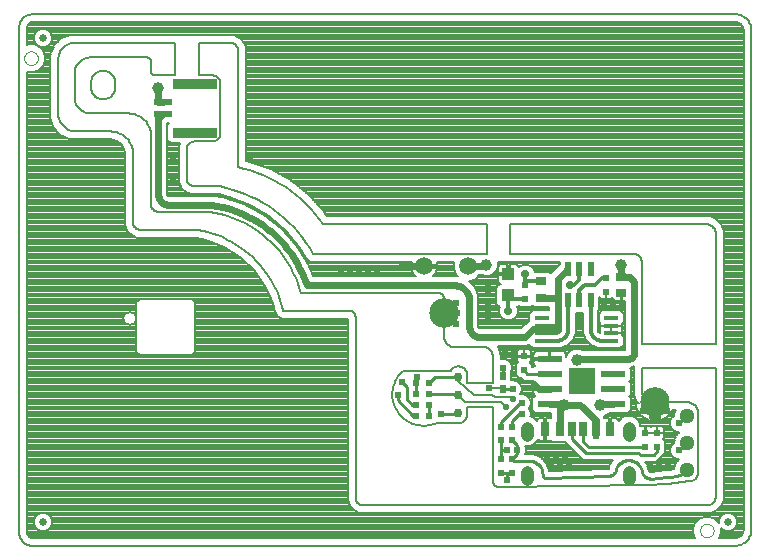
<source format=gtl>
G75*
G70*
%OFA0B0*%
%FSLAX24Y24*%
%IPPOS*%
%LPD*%
%AMOC8*
5,1,8,0,0,1.08239X$1,22.5*
%
%ADD10C,0.0050*%
%ADD11R,0.0433X0.0394*%
%ADD12R,0.0354X0.0250*%
%ADD13R,0.0197X0.0220*%
%ADD14R,0.0810X0.0240*%
%ADD15R,0.0900X0.0900*%
%ADD16R,0.0217X0.0472*%
%ADD17R,0.0472X0.0138*%
%ADD18R,0.0315X0.0472*%
%ADD19R,0.0250X0.0472*%
%ADD20C,0.0004*%
%ADD21C,0.0433*%
%ADD22R,0.0220X0.0197*%
%ADD23C,0.0300*%
%ADD24R,0.0600X0.0236*%
%ADD25R,0.1450X0.0350*%
%ADD26C,0.0250*%
%ADD27R,0.0197X0.0250*%
%ADD28C,0.0512*%
%ADD29C,0.0984*%
%ADD30C,0.0591*%
%ADD31C,0.0000*%
%ADD32C,0.0080*%
%ADD33C,0.0240*%
%ADD34C,0.0140*%
%ADD35C,0.0220*%
%ADD36C,0.0400*%
%ADD37C,0.0240*%
%ADD38C,0.0100*%
%ADD39C,0.0390*%
%ADD40C,0.0130*%
%ADD41C,0.0220*%
%ADD42C,0.0280*%
%ADD43C,0.0120*%
%ADD44C,0.0200*%
D10*
X000929Y000534D02*
X024328Y000534D01*
X024327Y000533D02*
X024374Y000530D01*
X024420Y000531D01*
X024466Y000536D01*
X024512Y000544D01*
X024556Y000557D01*
X024600Y000573D01*
X024642Y000592D01*
X024682Y000615D01*
X024720Y000641D01*
X024756Y000671D01*
X024790Y000703D01*
X024821Y000737D01*
X024848Y000775D01*
X024873Y000814D01*
X024894Y000855D01*
X024912Y000898D01*
X024926Y000942D01*
X024936Y000987D01*
X024943Y001033D01*
X024943Y001034D02*
X024943Y017752D01*
X024943Y017753D02*
X024936Y017798D01*
X024926Y017844D01*
X024911Y017888D01*
X024894Y017930D01*
X024872Y017971D01*
X024848Y018011D01*
X024820Y018048D01*
X024789Y018082D01*
X024756Y018114D01*
X024720Y018143D01*
X024682Y018170D01*
X024641Y018192D01*
X024599Y018212D01*
X024556Y018228D01*
X024511Y018240D01*
X024466Y018248D01*
X024420Y018253D01*
X024374Y018254D01*
X024327Y018251D01*
X024328Y018250D02*
X000929Y018250D01*
X000930Y018250D02*
X000889Y018243D01*
X000849Y018233D01*
X000809Y018219D01*
X000772Y018201D01*
X000736Y018180D01*
X000702Y018156D01*
X000671Y018129D01*
X000642Y018099D01*
X000616Y018066D01*
X000593Y018032D01*
X000574Y017995D01*
X000558Y017956D01*
X000546Y017917D01*
X000537Y017876D01*
X000532Y017835D01*
X000531Y017793D01*
X000534Y017752D01*
X000534Y001034D01*
X000531Y000993D01*
X000532Y000951D01*
X000537Y000910D01*
X000545Y000869D01*
X000558Y000829D01*
X000574Y000791D01*
X000593Y000754D01*
X000616Y000719D01*
X000642Y000686D01*
X000670Y000656D01*
X000702Y000629D01*
X000736Y000604D01*
X000772Y000583D01*
X000809Y000565D01*
X000848Y000551D01*
X000889Y000541D01*
X000930Y000534D01*
X009337Y008375D02*
X009294Y008543D01*
X009242Y008708D01*
X009183Y008870D01*
X009115Y009030D01*
X009040Y009186D01*
X008957Y009338D01*
X008867Y009486D01*
X008770Y009629D01*
X008666Y009767D01*
X008556Y009900D01*
X008439Y010028D01*
X008316Y010150D01*
X008187Y010266D01*
X008053Y010375D01*
X007913Y010477D01*
X007769Y010573D01*
X007620Y010662D01*
X007467Y010743D01*
X007311Y010816D01*
X007151Y010882D01*
X006987Y010940D01*
X006822Y010990D01*
X006654Y011032D01*
X006484Y011066D01*
X006484Y011065D02*
X004578Y011065D01*
X004548Y011067D01*
X004518Y011072D01*
X004489Y011081D01*
X004462Y011094D01*
X004436Y011109D01*
X004412Y011128D01*
X004391Y011149D01*
X004372Y011173D01*
X004357Y011199D01*
X004344Y011226D01*
X004335Y011255D01*
X004330Y011285D01*
X004328Y011315D01*
X004328Y013595D01*
X004326Y013649D01*
X004320Y013702D01*
X004311Y013754D01*
X004298Y013806D01*
X004281Y013857D01*
X004260Y013907D01*
X004236Y013954D01*
X004209Y014000D01*
X004178Y014044D01*
X004145Y014086D01*
X004108Y014125D01*
X004069Y014162D01*
X004027Y014195D01*
X003983Y014226D01*
X003937Y014253D01*
X003890Y014277D01*
X003840Y014298D01*
X003789Y014315D01*
X003737Y014328D01*
X003685Y014337D01*
X003632Y014343D01*
X003578Y014345D01*
X002387Y014345D01*
X002341Y014350D01*
X002296Y014359D01*
X002251Y014371D01*
X002207Y014386D01*
X002165Y014405D01*
X002124Y014428D01*
X002085Y014453D01*
X002048Y014481D01*
X002014Y014512D01*
X001982Y014546D01*
X001953Y014582D01*
X001927Y014621D01*
X001903Y014661D01*
X001884Y014703D01*
X001867Y014746D01*
X001854Y014791D01*
X001844Y014836D01*
X001838Y014882D01*
X001836Y014928D01*
X001837Y014975D01*
X001837Y016756D01*
X001839Y016801D01*
X001845Y016847D01*
X001854Y016891D01*
X001867Y016935D01*
X001883Y016977D01*
X001903Y017018D01*
X001927Y017057D01*
X001953Y017094D01*
X001982Y017129D01*
X002014Y017161D01*
X002049Y017190D01*
X002086Y017216D01*
X002125Y017240D01*
X002166Y017260D01*
X002208Y017276D01*
X002252Y017289D01*
X002296Y017298D01*
X002342Y017304D01*
X002387Y017306D01*
X005733Y017306D01*
X005733Y016215D01*
X005078Y016215D01*
X005055Y016217D01*
X005032Y016222D01*
X005010Y016231D01*
X004990Y016244D01*
X004972Y016259D01*
X004957Y016277D01*
X004944Y016297D01*
X004935Y016319D01*
X004930Y016342D01*
X004928Y016365D01*
X004928Y016665D01*
X004926Y016688D01*
X004921Y016711D01*
X004912Y016733D01*
X004899Y016753D01*
X004884Y016771D01*
X004866Y016786D01*
X004846Y016799D01*
X004824Y016808D01*
X004801Y016813D01*
X004778Y016815D01*
X002928Y016815D01*
X002883Y016813D01*
X002837Y016807D01*
X002793Y016798D01*
X002749Y016785D01*
X002707Y016769D01*
X002666Y016749D01*
X002627Y016725D01*
X002590Y016699D01*
X002555Y016670D01*
X002523Y016638D01*
X002494Y016603D01*
X002468Y016566D01*
X002444Y016527D01*
X002424Y016486D01*
X002408Y016444D01*
X002395Y016400D01*
X002386Y016356D01*
X002380Y016310D01*
X002378Y016265D01*
X002378Y015495D01*
X002380Y015450D01*
X002386Y015404D01*
X002395Y015360D01*
X002408Y015316D01*
X002424Y015274D01*
X002444Y015233D01*
X002468Y015194D01*
X002494Y015157D01*
X002523Y015122D01*
X002555Y015090D01*
X002590Y015061D01*
X002627Y015035D01*
X002666Y015011D01*
X002707Y014991D01*
X002749Y014975D01*
X002793Y014962D01*
X002837Y014953D01*
X002883Y014947D01*
X002928Y014945D01*
X004178Y014945D01*
X004232Y014943D01*
X004285Y014937D01*
X004337Y014928D01*
X004389Y014915D01*
X004440Y014898D01*
X004490Y014877D01*
X004537Y014853D01*
X004583Y014826D01*
X004627Y014795D01*
X004669Y014762D01*
X004708Y014725D01*
X004745Y014686D01*
X004778Y014644D01*
X004809Y014600D01*
X004836Y014554D01*
X004860Y014507D01*
X004881Y014457D01*
X004898Y014406D01*
X004911Y014354D01*
X004920Y014302D01*
X004926Y014249D01*
X004928Y014195D01*
X004928Y011915D01*
X004930Y011885D01*
X004935Y011855D01*
X004944Y011826D01*
X004957Y011799D01*
X004972Y011773D01*
X004991Y011749D01*
X005012Y011728D01*
X005036Y011709D01*
X005062Y011694D01*
X005089Y011681D01*
X005118Y011672D01*
X005148Y011667D01*
X005178Y011665D01*
X006878Y011665D01*
X007228Y012515D02*
X006378Y012515D01*
X006348Y012517D01*
X006318Y012522D01*
X006289Y012531D01*
X006262Y012544D01*
X006236Y012559D01*
X006212Y012578D01*
X006191Y012599D01*
X006172Y012623D01*
X006157Y012649D01*
X006144Y012676D01*
X006135Y012705D01*
X006130Y012735D01*
X006128Y012765D01*
X006128Y013765D01*
X006130Y013795D01*
X006135Y013825D01*
X006144Y013854D01*
X006157Y013881D01*
X006172Y013907D01*
X006191Y013931D01*
X006212Y013952D01*
X006236Y013971D01*
X006262Y013986D01*
X006289Y013999D01*
X006318Y014008D01*
X006348Y014013D01*
X006378Y014015D01*
X006978Y014015D01*
X007008Y014017D01*
X007038Y014022D01*
X007067Y014031D01*
X007094Y014044D01*
X007120Y014059D01*
X007144Y014078D01*
X007165Y014099D01*
X007184Y014123D01*
X007199Y014149D01*
X007212Y014176D01*
X007221Y014205D01*
X007226Y014235D01*
X007228Y014265D01*
X007228Y014604D01*
X007228Y014614D02*
X007228Y015648D01*
X007228Y015628D02*
X007228Y015965D01*
X007226Y015995D01*
X007221Y016025D01*
X007212Y016054D01*
X007199Y016081D01*
X007184Y016107D01*
X007165Y016131D01*
X007144Y016152D01*
X007120Y016171D01*
X007094Y016186D01*
X007067Y016199D01*
X007038Y016208D01*
X007008Y016213D01*
X006978Y016215D01*
X006521Y016215D01*
X006521Y017306D01*
X007568Y017306D01*
X007569Y017306D02*
X007599Y017304D01*
X007628Y017299D01*
X007657Y017291D01*
X007684Y017279D01*
X007710Y017263D01*
X007734Y017245D01*
X007755Y017224D01*
X007774Y017201D01*
X007790Y017175D01*
X007802Y017148D01*
X007811Y017119D01*
X007817Y017090D01*
X007819Y017060D01*
X007818Y017060D02*
X007818Y013156D01*
X010657Y011256D02*
X016120Y011256D01*
X016120Y010259D01*
X010328Y010259D01*
X009928Y008965D02*
X014478Y008965D01*
X014506Y008964D01*
X014533Y008960D01*
X014560Y008953D01*
X014585Y008942D01*
X014609Y008928D01*
X014630Y008911D01*
X014650Y008891D01*
X014666Y008869D01*
X014680Y008845D01*
X014690Y008819D01*
X014697Y008792D01*
X014700Y008765D01*
X014699Y008765D02*
X014699Y007521D01*
X014698Y007485D01*
X014701Y007450D01*
X014708Y007415D01*
X014718Y007381D01*
X014732Y007348D01*
X014749Y007316D01*
X014770Y007287D01*
X014793Y007260D01*
X014819Y007236D01*
X014847Y007214D01*
X014878Y007195D01*
X014910Y007180D01*
X014944Y007169D01*
X014979Y007160D01*
X015014Y007156D01*
X016009Y007156D01*
X016010Y007156D02*
X016042Y007155D01*
X016074Y007152D01*
X016106Y007144D01*
X016137Y007133D01*
X016166Y007119D01*
X016193Y007101D01*
X016219Y007081D01*
X016242Y007058D01*
X016262Y007032D01*
X016279Y007005D01*
X016293Y006975D01*
X016303Y006944D01*
X016310Y006913D01*
X016314Y006880D01*
X016314Y006881D02*
X016314Y005956D01*
X015468Y005956D01*
X015468Y006220D01*
X015466Y006253D01*
X015460Y006286D01*
X015450Y006318D01*
X015437Y006349D01*
X015421Y006378D01*
X015401Y006406D01*
X015378Y006430D01*
X015353Y006452D01*
X015325Y006471D01*
X015296Y006487D01*
X015264Y006499D01*
X015232Y006508D01*
X015199Y006513D01*
X015165Y006514D01*
X015132Y006511D01*
X015099Y006505D01*
X015067Y006495D01*
X015036Y006481D01*
X015007Y006464D01*
X014980Y006444D01*
X014956Y006421D01*
X014935Y006395D01*
X014916Y006367D01*
X014917Y006367D02*
X013342Y006367D01*
X013341Y006367D02*
X013294Y006325D01*
X013249Y006280D01*
X013208Y006232D01*
X013169Y006182D01*
X013133Y006129D01*
X013101Y006075D01*
X013072Y006018D01*
X013046Y005960D01*
X013024Y005901D01*
X013006Y005840D01*
X012991Y005778D01*
X012981Y005715D01*
X012974Y005652D01*
X012971Y005589D01*
X012972Y005525D01*
X012977Y005462D01*
X012986Y005399D01*
X012998Y005337D01*
X013015Y005276D01*
X013035Y005216D01*
X013058Y005157D01*
X013086Y005099D01*
X013116Y005044D01*
X013150Y004990D01*
X013188Y004939D01*
X013228Y004890D01*
X013271Y004844D01*
X013317Y004800D01*
X013366Y004759D01*
X013417Y004721D01*
X013470Y004687D01*
X013526Y004656D01*
X013583Y004628D01*
X013641Y004604D01*
X013701Y004583D01*
X013763Y004566D01*
X013825Y004553D01*
X013887Y004544D01*
X013951Y004539D01*
X014014Y004537D01*
X014078Y004539D01*
X014141Y004546D01*
X014203Y004556D01*
X014265Y004570D01*
X014326Y004587D01*
X014386Y004609D01*
X014444Y004634D01*
X015153Y004634D01*
X015186Y004633D01*
X015218Y004636D01*
X015250Y004642D01*
X015281Y004652D01*
X015311Y004665D01*
X015339Y004682D01*
X015365Y004701D01*
X015389Y004724D01*
X015410Y004749D01*
X015428Y004776D01*
X015443Y004805D01*
X015455Y004835D01*
X015463Y004867D01*
X015468Y004899D01*
X015468Y005167D01*
X016314Y005167D01*
X016314Y002729D01*
X016316Y002699D01*
X016321Y002669D01*
X016330Y002640D01*
X016343Y002613D01*
X016358Y002587D01*
X016377Y002563D01*
X016398Y002542D01*
X016422Y002523D01*
X016448Y002508D01*
X016475Y002495D01*
X016504Y002486D01*
X016534Y002481D01*
X016564Y002479D01*
X021424Y002565D01*
X022873Y002683D02*
X022906Y002685D01*
X022938Y002690D01*
X022970Y002699D01*
X023001Y002712D01*
X023029Y002728D01*
X023056Y002747D01*
X023081Y002769D01*
X023103Y002794D01*
X023122Y002821D01*
X023138Y002849D01*
X023151Y002880D01*
X023160Y002912D01*
X023165Y002944D01*
X023167Y002977D01*
X023167Y004915D01*
X023167Y004916D02*
X023168Y004952D01*
X023166Y004988D01*
X023160Y005024D01*
X023150Y005059D01*
X023137Y005094D01*
X023121Y005126D01*
X023102Y005157D01*
X023080Y005186D01*
X023055Y005213D01*
X023028Y005237D01*
X022998Y005258D01*
X022967Y005276D01*
X022933Y005291D01*
X022899Y005303D01*
X022863Y005311D01*
X022827Y005316D01*
X022828Y005315D02*
X021728Y005315D01*
X021689Y005314D01*
X021649Y005317D01*
X021611Y005324D01*
X021573Y005334D01*
X021536Y005348D01*
X021500Y005365D01*
X021467Y005386D01*
X021435Y005409D01*
X021406Y005435D01*
X021379Y005464D01*
X021355Y005495D01*
X021333Y005528D01*
X021315Y005563D01*
X021301Y005600D01*
X021290Y005637D01*
X021282Y005676D01*
X021278Y005715D01*
X021278Y006464D01*
X023758Y006464D01*
X023758Y002186D01*
X023756Y002153D01*
X023751Y002120D01*
X023742Y002088D01*
X023730Y002058D01*
X023714Y002028D01*
X023695Y002001D01*
X023673Y001976D01*
X023648Y001954D01*
X023621Y001935D01*
X023592Y001918D01*
X023562Y001905D01*
X023530Y001896D01*
X023497Y001890D01*
X023464Y001888D01*
X011983Y001888D01*
X011984Y001888D02*
X011954Y001891D01*
X011925Y001897D01*
X011897Y001907D01*
X011871Y001920D01*
X011846Y001936D01*
X011823Y001955D01*
X011803Y001977D01*
X011786Y002001D01*
X011771Y002027D01*
X011760Y002054D01*
X011752Y002083D01*
X011748Y002112D01*
X011747Y002141D01*
X011747Y002142D02*
X011747Y008175D01*
X011744Y008202D01*
X011737Y008229D01*
X011727Y008255D01*
X011713Y008279D01*
X011697Y008301D01*
X011677Y008321D01*
X011656Y008338D01*
X011632Y008352D01*
X011607Y008363D01*
X011580Y008370D01*
X011553Y008374D01*
X011525Y008375D01*
X009337Y008375D01*
X010657Y011256D02*
X010530Y011434D01*
X010394Y011605D01*
X010250Y011770D01*
X010099Y011928D01*
X009940Y012078D01*
X009774Y012221D01*
X009601Y012356D01*
X009422Y012482D01*
X009238Y012599D01*
X009047Y012707D01*
X008852Y012806D01*
X008653Y012896D01*
X008449Y012976D01*
X008242Y013046D01*
X008031Y013106D01*
X007818Y013156D01*
X003728Y015815D02*
X003728Y015965D01*
X003726Y016004D01*
X003720Y016043D01*
X003711Y016081D01*
X003698Y016118D01*
X003681Y016154D01*
X003661Y016187D01*
X003637Y016219D01*
X003611Y016248D01*
X003582Y016274D01*
X003550Y016298D01*
X003517Y016318D01*
X003481Y016335D01*
X003444Y016348D01*
X003406Y016357D01*
X003367Y016363D01*
X003328Y016365D01*
X003289Y016363D01*
X003250Y016357D01*
X003212Y016348D01*
X003175Y016335D01*
X003139Y016318D01*
X003106Y016298D01*
X003074Y016274D01*
X003045Y016248D01*
X003019Y016219D01*
X002995Y016187D01*
X002975Y016154D01*
X002958Y016118D01*
X002945Y016081D01*
X002936Y016043D01*
X002930Y016004D01*
X002928Y015965D01*
X002928Y015815D01*
X002930Y015776D01*
X002936Y015737D01*
X002945Y015699D01*
X002958Y015662D01*
X002975Y015626D01*
X002995Y015593D01*
X003019Y015561D01*
X003045Y015532D01*
X003074Y015506D01*
X003106Y015482D01*
X003139Y015462D01*
X003175Y015445D01*
X003212Y015432D01*
X003250Y015423D01*
X003289Y015417D01*
X003328Y015415D01*
X003367Y015417D01*
X003406Y015423D01*
X003444Y015432D01*
X003481Y015445D01*
X003517Y015462D01*
X003550Y015482D01*
X003582Y015506D01*
X003611Y015532D01*
X003637Y015561D01*
X003661Y015593D01*
X003681Y015626D01*
X003698Y015662D01*
X003711Y015699D01*
X003720Y015737D01*
X003726Y015776D01*
X003728Y015815D01*
X007228Y012515D02*
X007443Y012468D01*
X007655Y012410D01*
X007864Y012342D01*
X008070Y012264D01*
X008271Y012176D01*
X008469Y012079D01*
X008661Y011972D01*
X008847Y011856D01*
X009028Y011730D01*
X009203Y011597D01*
X009371Y011455D01*
X009532Y011305D01*
X009685Y011147D01*
X009831Y010983D01*
X009968Y010811D01*
X010097Y010633D01*
X010217Y010449D01*
X010328Y010259D01*
X009928Y008965D02*
X009877Y009137D01*
X009818Y009307D01*
X009751Y009474D01*
X009675Y009637D01*
X009592Y009797D01*
X009501Y009952D01*
X009403Y010102D01*
X009298Y010248D01*
X009185Y010388D01*
X009066Y010523D01*
X008941Y010652D01*
X008809Y010774D01*
X008671Y010890D01*
X008528Y010999D01*
X008380Y011101D01*
X008227Y011195D01*
X008070Y011282D01*
X007909Y011362D01*
X007744Y011433D01*
X007576Y011496D01*
X007404Y011551D01*
X007231Y011598D01*
X007055Y011636D01*
X006878Y011665D01*
X016908Y011256D02*
X016908Y010259D01*
X021028Y010259D01*
X021058Y010258D01*
X021087Y010253D01*
X021116Y010244D01*
X021143Y010232D01*
X021169Y010217D01*
X021192Y010199D01*
X021214Y010178D01*
X021232Y010155D01*
X021248Y010130D01*
X021261Y010103D01*
X021270Y010074D01*
X021276Y010045D01*
X021278Y010015D01*
X021278Y007252D01*
X023758Y007252D01*
X023758Y010915D01*
X023757Y010916D02*
X023756Y010951D01*
X023751Y010985D01*
X023742Y011019D01*
X023730Y011052D01*
X023715Y011084D01*
X023696Y011114D01*
X023674Y011141D01*
X023650Y011166D01*
X023623Y011189D01*
X023594Y011208D01*
X023563Y011225D01*
X023531Y011238D01*
X023497Y011248D01*
X023462Y011254D01*
X023427Y011256D01*
X023428Y011256D02*
X016908Y011256D01*
X021424Y002565D02*
X022150Y002608D01*
X022873Y002683D01*
D11*
X016839Y008879D03*
X016839Y009588D03*
D12*
X017939Y009357D03*
X017939Y008810D03*
X020610Y008960D03*
X020610Y009507D03*
D13*
X020093Y009457D03*
X020093Y009010D03*
X017409Y009217D03*
X017409Y008770D03*
X017360Y006852D03*
X017360Y006405D03*
X016960Y004508D03*
X016600Y004508D03*
X016600Y004061D03*
X016960Y004061D03*
X016960Y003415D03*
X016600Y003415D03*
X016600Y002968D03*
X016960Y002968D03*
X021410Y003842D03*
X021796Y003842D03*
X021796Y004289D03*
X021410Y004289D03*
D14*
X020340Y005262D03*
X020340Y005762D03*
X020340Y006262D03*
X020340Y006762D03*
X018220Y006762D03*
X018220Y006262D03*
X018220Y005762D03*
X018220Y005262D03*
D15*
X019280Y006012D03*
D16*
X019210Y008722D03*
X019584Y008722D03*
X018836Y008722D03*
X018836Y009746D03*
X019210Y009746D03*
X019584Y009746D03*
D17*
X020262Y008133D03*
X020262Y007877D03*
X020262Y007621D03*
X020262Y007365D03*
X017959Y007365D03*
X017959Y007621D03*
X017959Y007877D03*
X017959Y008133D03*
D18*
X018064Y004411D03*
X018548Y004411D03*
X019745Y004411D03*
X020229Y004411D03*
D19*
X019343Y004411D03*
X018950Y004411D03*
D20*
X017554Y004483D02*
X017554Y004238D01*
X017552Y004218D01*
X017547Y004199D01*
X017538Y004181D01*
X017526Y004165D01*
X017511Y004152D01*
X017494Y004141D01*
X017476Y004134D01*
X017456Y004130D01*
X017436Y004130D01*
X017416Y004134D01*
X017398Y004141D01*
X017381Y004152D01*
X017366Y004165D01*
X017354Y004181D01*
X017345Y004199D01*
X017340Y004218D01*
X017338Y004238D01*
X017338Y004483D01*
X017340Y004503D01*
X017345Y004522D01*
X017354Y004540D01*
X017366Y004556D01*
X017381Y004569D01*
X017398Y004580D01*
X017416Y004587D01*
X017436Y004591D01*
X017456Y004591D01*
X017476Y004587D01*
X017494Y004580D01*
X017511Y004569D01*
X017526Y004556D01*
X017538Y004540D01*
X017547Y004522D01*
X017552Y004503D01*
X017554Y004483D01*
X017554Y002986D02*
X017554Y002742D01*
X017552Y002722D01*
X017547Y002703D01*
X017538Y002685D01*
X017526Y002669D01*
X017511Y002656D01*
X017494Y002645D01*
X017476Y002638D01*
X017456Y002634D01*
X017436Y002634D01*
X017416Y002638D01*
X017398Y002645D01*
X017381Y002656D01*
X017366Y002669D01*
X017354Y002685D01*
X017345Y002703D01*
X017340Y002722D01*
X017338Y002742D01*
X017338Y002986D01*
X017340Y003006D01*
X017345Y003025D01*
X017354Y003043D01*
X017366Y003059D01*
X017381Y003072D01*
X017398Y003083D01*
X017416Y003090D01*
X017436Y003094D01*
X017456Y003094D01*
X017476Y003090D01*
X017494Y003083D01*
X017511Y003072D01*
X017526Y003059D01*
X017538Y003043D01*
X017547Y003025D01*
X017552Y003006D01*
X017554Y002986D01*
X020739Y002986D02*
X020739Y002742D01*
X020741Y002722D01*
X020746Y002703D01*
X020755Y002685D01*
X020767Y002669D01*
X020782Y002656D01*
X020799Y002645D01*
X020817Y002638D01*
X020837Y002634D01*
X020857Y002634D01*
X020877Y002638D01*
X020895Y002645D01*
X020912Y002656D01*
X020927Y002669D01*
X020939Y002685D01*
X020948Y002703D01*
X020953Y002722D01*
X020955Y002742D01*
X020956Y002742D02*
X020956Y002986D01*
X020955Y002986D02*
X020953Y003006D01*
X020948Y003025D01*
X020939Y003043D01*
X020927Y003059D01*
X020912Y003072D01*
X020895Y003083D01*
X020877Y003090D01*
X020857Y003094D01*
X020837Y003094D01*
X020817Y003090D01*
X020799Y003083D01*
X020782Y003072D01*
X020767Y003059D01*
X020755Y003043D01*
X020746Y003025D01*
X020741Y003006D01*
X020739Y002986D01*
X020739Y004238D02*
X020739Y004483D01*
X020741Y004503D01*
X020746Y004522D01*
X020755Y004540D01*
X020767Y004556D01*
X020782Y004569D01*
X020799Y004580D01*
X020817Y004587D01*
X020837Y004591D01*
X020857Y004591D01*
X020877Y004587D01*
X020895Y004580D01*
X020912Y004569D01*
X020927Y004556D01*
X020939Y004540D01*
X020948Y004522D01*
X020953Y004503D01*
X020955Y004483D01*
X020956Y004483D02*
X020956Y004238D01*
X020955Y004238D02*
X020953Y004218D01*
X020948Y004199D01*
X020939Y004181D01*
X020927Y004165D01*
X020912Y004152D01*
X020895Y004141D01*
X020877Y004134D01*
X020857Y004130D01*
X020837Y004130D01*
X020817Y004134D01*
X020799Y004141D01*
X020782Y004152D01*
X020767Y004165D01*
X020755Y004181D01*
X020746Y004199D01*
X020741Y004218D01*
X020739Y004238D01*
D21*
X020847Y004477D02*
X020847Y004477D01*
X020847Y004241D01*
X020847Y004241D01*
X020847Y004477D01*
X020847Y002980D02*
X020847Y002980D01*
X020847Y002744D01*
X020847Y002744D01*
X020847Y002980D01*
X017446Y002980D02*
X017446Y002980D01*
X017446Y002744D01*
X017446Y002744D01*
X017446Y002980D01*
X017446Y004477D02*
X017446Y004477D01*
X017446Y004241D01*
X017446Y004241D01*
X017446Y004477D01*
D22*
X014191Y004877D03*
X014191Y005237D03*
X014191Y005597D03*
X014191Y005957D03*
X013745Y005957D03*
X013745Y005597D03*
X013745Y005237D03*
X013745Y004877D03*
D23*
X015168Y004947D03*
X015168Y005547D03*
X015168Y006147D03*
D24*
X005334Y014918D03*
X005334Y015312D03*
D25*
X006378Y015924D03*
X006378Y014307D03*
D26*
X001321Y017463D03*
X001321Y001321D03*
X024156Y001321D03*
D27*
X016660Y005744D03*
X016660Y006184D03*
D28*
X022810Y004866D03*
X022810Y003966D03*
X022810Y003066D03*
D29*
X021725Y005319D03*
X014710Y008279D03*
D30*
X014040Y009846D03*
X015490Y009846D03*
D31*
X023229Y001042D02*
X023231Y001072D01*
X023237Y001101D01*
X023246Y001129D01*
X023259Y001155D01*
X023276Y001180D01*
X023295Y001203D01*
X023318Y001222D01*
X023342Y001239D01*
X023369Y001252D01*
X023397Y001261D01*
X023426Y001267D01*
X023456Y001269D01*
X023486Y001267D01*
X023515Y001261D01*
X023543Y001252D01*
X023569Y001239D01*
X023594Y001222D01*
X023617Y001203D01*
X023636Y001180D01*
X023653Y001156D01*
X023666Y001129D01*
X023675Y001101D01*
X023681Y001072D01*
X023683Y001042D01*
X023681Y001012D01*
X023675Y000983D01*
X023666Y000955D01*
X023653Y000929D01*
X023636Y000904D01*
X023617Y000881D01*
X023594Y000862D01*
X023570Y000845D01*
X023543Y000832D01*
X023515Y000823D01*
X023486Y000817D01*
X023456Y000815D01*
X023426Y000817D01*
X023397Y000823D01*
X023369Y000832D01*
X023343Y000845D01*
X023318Y000862D01*
X023295Y000881D01*
X023276Y000904D01*
X023259Y000928D01*
X023246Y000955D01*
X023237Y000983D01*
X023231Y001012D01*
X023229Y001042D01*
X000700Y016790D02*
X000702Y016820D01*
X000708Y016849D01*
X000717Y016877D01*
X000730Y016903D01*
X000747Y016928D01*
X000766Y016951D01*
X000789Y016970D01*
X000813Y016987D01*
X000840Y017000D01*
X000868Y017009D01*
X000897Y017015D01*
X000927Y017017D01*
X000957Y017015D01*
X000986Y017009D01*
X001014Y017000D01*
X001040Y016987D01*
X001065Y016970D01*
X001088Y016951D01*
X001107Y016928D01*
X001124Y016904D01*
X001137Y016877D01*
X001146Y016849D01*
X001152Y016820D01*
X001154Y016790D01*
X001152Y016760D01*
X001146Y016731D01*
X001137Y016703D01*
X001124Y016677D01*
X001107Y016652D01*
X001088Y016629D01*
X001065Y016610D01*
X001041Y016593D01*
X001014Y016580D01*
X000986Y016571D01*
X000957Y016565D01*
X000927Y016563D01*
X000897Y016565D01*
X000868Y016571D01*
X000840Y016580D01*
X000814Y016593D01*
X000789Y016610D01*
X000766Y016629D01*
X000747Y016652D01*
X000730Y016676D01*
X000717Y016703D01*
X000708Y016731D01*
X000702Y016760D01*
X000700Y016790D01*
D32*
X000799Y017242D02*
X000799Y017715D01*
X000803Y017730D01*
X000799Y017767D01*
X000799Y017805D01*
X000797Y017810D01*
X000796Y017819D01*
X000816Y017888D01*
X000861Y017944D01*
X000924Y017979D01*
X000952Y017985D01*
X024289Y017985D01*
X024303Y017981D01*
X024342Y017985D01*
X024381Y017985D01*
X024385Y017987D01*
X024413Y017987D01*
X024524Y017954D01*
X024613Y017882D01*
X024668Y017781D01*
X024678Y017732D01*
X024678Y001054D01*
X024668Y001004D01*
X024613Y000903D01*
X024524Y000830D01*
X024413Y000797D01*
X024384Y000797D01*
X024381Y000799D01*
X024341Y000799D01*
X024303Y000803D01*
X024289Y000799D01*
X023861Y000799D01*
X023923Y000949D01*
X023923Y001123D01*
X023983Y001063D01*
X024095Y001016D01*
X024216Y001016D01*
X024329Y001063D01*
X024414Y001148D01*
X024461Y001260D01*
X024461Y001382D01*
X024414Y001494D01*
X024329Y001580D01*
X024216Y001626D01*
X024095Y001626D01*
X023983Y001580D01*
X023897Y001494D01*
X023851Y001382D01*
X023851Y001307D01*
X023720Y001437D01*
X023549Y001509D01*
X023363Y001509D01*
X023191Y001437D01*
X023060Y001306D01*
X022989Y001134D01*
X022989Y000949D01*
X023051Y000799D01*
X000952Y000799D01*
X000924Y000805D01*
X000861Y000840D01*
X000816Y000897D01*
X000796Y000967D01*
X000796Y000976D01*
X000799Y000981D01*
X000799Y001018D01*
X000803Y001055D01*
X000799Y001071D01*
X000799Y016337D01*
X000835Y016323D01*
X001020Y016323D01*
X001192Y016394D01*
X001323Y016525D01*
X001394Y016697D01*
X001394Y016882D01*
X001323Y017054D01*
X001192Y017186D01*
X001020Y017257D01*
X000835Y017257D01*
X000799Y017242D01*
X000799Y017254D02*
X000829Y017254D01*
X000799Y017333D02*
X001045Y017333D01*
X001063Y017290D02*
X001148Y017204D01*
X001260Y017158D01*
X001382Y017158D01*
X001494Y017204D01*
X001580Y017290D01*
X001626Y017402D01*
X001626Y017524D01*
X001580Y017636D01*
X001494Y017721D01*
X001382Y017768D01*
X001260Y017768D01*
X001148Y017721D01*
X001063Y017636D01*
X001016Y017524D01*
X001016Y017402D01*
X001063Y017290D01*
X001098Y017254D02*
X001026Y017254D01*
X001016Y017411D02*
X000799Y017411D01*
X000799Y017490D02*
X001016Y017490D01*
X001035Y017568D02*
X000799Y017568D01*
X000799Y017647D02*
X001074Y017647D01*
X001158Y017725D02*
X000802Y017725D01*
X000799Y017804D02*
X024656Y017804D01*
X024678Y017725D02*
X001485Y017725D01*
X001569Y017647D02*
X024678Y017647D01*
X024678Y017568D02*
X007710Y017568D01*
X007703Y017572D02*
X007703Y017572D01*
X007567Y017571D01*
X006468Y017571D01*
X006463Y017569D01*
X005791Y017569D01*
X005786Y017571D01*
X002225Y017571D01*
X001926Y017447D01*
X001926Y017447D01*
X001696Y017217D01*
X001572Y016918D01*
X001572Y014984D01*
X001561Y014823D01*
X001670Y014500D01*
X001894Y014243D01*
X002200Y014092D01*
X002326Y014084D01*
X002335Y014080D01*
X002378Y014080D01*
X002422Y014077D01*
X002431Y014080D01*
X003578Y014080D01*
X003654Y014074D01*
X003798Y014027D01*
X003921Y013938D01*
X004010Y013815D01*
X004057Y013671D01*
X004063Y013595D01*
X004063Y011213D01*
X004141Y011023D01*
X004286Y010879D01*
X004286Y010879D01*
X004475Y010800D01*
X006456Y010800D01*
X006751Y010734D01*
X007349Y010505D01*
X007890Y010165D01*
X008356Y009726D01*
X008727Y009205D01*
X008991Y008622D01*
X009072Y008339D01*
X009072Y008322D01*
X009084Y008293D01*
X009091Y008263D01*
X009104Y008245D01*
X009113Y008225D01*
X009135Y008203D01*
X009153Y008177D01*
X009172Y008166D01*
X009187Y008150D01*
X009216Y008138D01*
X009242Y008122D01*
X009264Y008118D01*
X009285Y008110D01*
X009316Y008110D01*
X009346Y008105D01*
X009368Y008110D01*
X011479Y008110D01*
X011482Y008109D01*
X011482Y002146D01*
X011478Y002049D01*
X011550Y001859D01*
X011688Y001711D01*
X011873Y001627D01*
X011926Y001625D01*
X011931Y001623D01*
X011979Y001623D01*
X012027Y001621D01*
X012031Y001623D01*
X023412Y001623D01*
X023413Y001623D01*
X023465Y001623D01*
X023517Y001623D01*
X023518Y001623D01*
X023578Y001624D01*
X023783Y001711D01*
X023940Y001870D01*
X024024Y002076D01*
X024023Y002187D01*
X024023Y006375D01*
X024027Y006379D01*
X024027Y007337D01*
X024023Y007342D01*
X024023Y010913D01*
X024025Y011030D01*
X023937Y011252D01*
X023937Y011252D01*
X023771Y011424D01*
X023771Y011424D01*
X023551Y011519D01*
X023483Y011520D01*
X023481Y011521D01*
X023430Y011521D01*
X023379Y011522D01*
X023377Y011521D01*
X016988Y011521D01*
X016988Y011521D01*
X016030Y011521D01*
X016029Y011521D01*
X010798Y011521D01*
X010668Y011712D01*
X010161Y012255D01*
X009578Y012714D01*
X008931Y013078D01*
X008236Y013339D01*
X008236Y013339D01*
X008083Y013371D01*
X008083Y017009D01*
X008084Y017010D01*
X008083Y017061D01*
X008083Y017113D01*
X008083Y017114D01*
X008082Y017200D01*
X007943Y017437D01*
X007943Y017437D01*
X007943Y017437D01*
X007703Y017572D01*
X007849Y017490D02*
X024678Y017490D01*
X024678Y017411D02*
X007958Y017411D01*
X008004Y017333D02*
X024678Y017333D01*
X024678Y017254D02*
X008050Y017254D01*
X008082Y017200D02*
X008082Y017200D01*
X008082Y017176D02*
X024678Y017176D01*
X024678Y017097D02*
X008083Y017097D01*
X008084Y017019D02*
X024678Y017019D01*
X024678Y016940D02*
X008083Y016940D01*
X008083Y016862D02*
X024678Y016862D01*
X024678Y016783D02*
X008083Y016783D01*
X008083Y016705D02*
X024678Y016705D01*
X024678Y016626D02*
X008083Y016626D01*
X008083Y016548D02*
X024678Y016548D01*
X024678Y016469D02*
X008083Y016469D01*
X008083Y016391D02*
X024678Y016391D01*
X024678Y016312D02*
X008083Y016312D01*
X008083Y016234D02*
X024678Y016234D01*
X024678Y016155D02*
X008083Y016155D01*
X008083Y016077D02*
X024678Y016077D01*
X024678Y015998D02*
X008083Y015998D01*
X008083Y015920D02*
X024678Y015920D01*
X024678Y015841D02*
X008083Y015841D01*
X008083Y015763D02*
X024678Y015763D01*
X024678Y015684D02*
X008083Y015684D01*
X008083Y015606D02*
X024678Y015606D01*
X024678Y015527D02*
X008083Y015527D01*
X008083Y015449D02*
X024678Y015449D01*
X024678Y015370D02*
X008083Y015370D01*
X008083Y015292D02*
X024678Y015292D01*
X024678Y015213D02*
X008083Y015213D01*
X008083Y015135D02*
X024678Y015135D01*
X024678Y015056D02*
X008083Y015056D01*
X008083Y014978D02*
X024678Y014978D01*
X024678Y014899D02*
X008083Y014899D01*
X008083Y014821D02*
X024678Y014821D01*
X024678Y014742D02*
X008083Y014742D01*
X008083Y014664D02*
X024678Y014664D01*
X024678Y014585D02*
X008083Y014585D01*
X008083Y014507D02*
X024678Y014507D01*
X024678Y014428D02*
X008083Y014428D01*
X008083Y014350D02*
X024678Y014350D01*
X024678Y014271D02*
X008083Y014271D01*
X008083Y014193D02*
X024678Y014193D01*
X024678Y014114D02*
X008083Y014114D01*
X008083Y014036D02*
X024678Y014036D01*
X024678Y013957D02*
X008083Y013957D01*
X008083Y013879D02*
X024678Y013879D01*
X024678Y013800D02*
X008083Y013800D01*
X008083Y013722D02*
X024678Y013722D01*
X024678Y013643D02*
X008083Y013643D01*
X008083Y013565D02*
X024678Y013565D01*
X024678Y013486D02*
X008083Y013486D01*
X008083Y013408D02*
X024678Y013408D01*
X024678Y013329D02*
X008263Y013329D01*
X008472Y013251D02*
X024678Y013251D01*
X024678Y013172D02*
X008680Y013172D01*
X008889Y013094D02*
X024678Y013094D01*
X024678Y013015D02*
X009043Y013015D01*
X008931Y013078D02*
X008931Y013078D01*
X009182Y012937D02*
X024678Y012937D01*
X024678Y012858D02*
X009321Y012858D01*
X009461Y012780D02*
X024678Y012780D01*
X024678Y012701D02*
X009594Y012701D01*
X009693Y012623D02*
X024678Y012623D01*
X024678Y012544D02*
X009793Y012544D01*
X009893Y012466D02*
X024678Y012466D01*
X024678Y012387D02*
X009993Y012387D01*
X010093Y012309D02*
X024678Y012309D01*
X024678Y012230D02*
X010184Y012230D01*
X010161Y012255D02*
X010161Y012255D01*
X010257Y012152D02*
X024678Y012152D01*
X024678Y012073D02*
X010331Y012073D01*
X010404Y011995D02*
X024678Y011995D01*
X024678Y011916D02*
X010477Y011916D01*
X010550Y011838D02*
X024678Y011838D01*
X024678Y011759D02*
X010623Y011759D01*
X010689Y011681D02*
X024678Y011681D01*
X024678Y011602D02*
X010742Y011602D01*
X010796Y011524D02*
X024678Y011524D01*
X024678Y011445D02*
X023721Y011445D01*
X023826Y011367D02*
X024678Y011367D01*
X024678Y011288D02*
X023902Y011288D01*
X023954Y011210D02*
X024678Y011210D01*
X024678Y011131D02*
X023985Y011131D01*
X024016Y011053D02*
X024678Y011053D01*
X024678Y010974D02*
X024024Y010974D01*
X024025Y011030D02*
X024025Y011030D01*
X024023Y010896D02*
X024678Y010896D01*
X024678Y010817D02*
X024023Y010817D01*
X024023Y010739D02*
X024678Y010739D01*
X024678Y010660D02*
X024023Y010660D01*
X024023Y010582D02*
X024678Y010582D01*
X024678Y010503D02*
X024023Y010503D01*
X024023Y010425D02*
X024678Y010425D01*
X024678Y010346D02*
X024023Y010346D01*
X024023Y010268D02*
X024678Y010268D01*
X024678Y010189D02*
X024023Y010189D01*
X024023Y010111D02*
X024678Y010111D01*
X024678Y010032D02*
X024023Y010032D01*
X024023Y009954D02*
X024678Y009954D01*
X024678Y009875D02*
X024023Y009875D01*
X024023Y009797D02*
X024678Y009797D01*
X024678Y009718D02*
X024023Y009718D01*
X024023Y009640D02*
X024678Y009640D01*
X024678Y009561D02*
X024023Y009561D01*
X024023Y009483D02*
X024678Y009483D01*
X024678Y009404D02*
X024023Y009404D01*
X024023Y009326D02*
X024678Y009326D01*
X024678Y009247D02*
X024023Y009247D01*
X024023Y009169D02*
X024678Y009169D01*
X024678Y009090D02*
X024023Y009090D01*
X024023Y009012D02*
X024678Y009012D01*
X024678Y008933D02*
X024023Y008933D01*
X024023Y008855D02*
X024678Y008855D01*
X024678Y008776D02*
X024023Y008776D01*
X024023Y008698D02*
X024678Y008698D01*
X024678Y008619D02*
X024023Y008619D01*
X024023Y008541D02*
X024678Y008541D01*
X024678Y008462D02*
X024023Y008462D01*
X024023Y008384D02*
X024678Y008384D01*
X024678Y008305D02*
X024023Y008305D01*
X024023Y008227D02*
X024678Y008227D01*
X024678Y008148D02*
X024023Y008148D01*
X024023Y008070D02*
X024678Y008070D01*
X024678Y007991D02*
X024023Y007991D01*
X024023Y007913D02*
X024678Y007913D01*
X024678Y007834D02*
X024023Y007834D01*
X024023Y007756D02*
X024678Y007756D01*
X024678Y007677D02*
X024023Y007677D01*
X024023Y007599D02*
X024678Y007599D01*
X024678Y007520D02*
X024023Y007520D01*
X024023Y007442D02*
X024678Y007442D01*
X024678Y007363D02*
X024023Y007363D01*
X024027Y007285D02*
X024678Y007285D01*
X024678Y007206D02*
X024027Y007206D01*
X024027Y007128D02*
X024678Y007128D01*
X024678Y007049D02*
X024027Y007049D01*
X024027Y006971D02*
X024678Y006971D01*
X024678Y006892D02*
X024027Y006892D01*
X024027Y006814D02*
X024678Y006814D01*
X024678Y006735D02*
X024027Y006735D01*
X024027Y006657D02*
X024678Y006657D01*
X024678Y006578D02*
X024027Y006578D01*
X024027Y006500D02*
X024678Y006500D01*
X024678Y006421D02*
X024027Y006421D01*
X024023Y006343D02*
X024678Y006343D01*
X024678Y006264D02*
X024023Y006264D01*
X024023Y006186D02*
X024678Y006186D01*
X024678Y006107D02*
X024023Y006107D01*
X024023Y006029D02*
X024678Y006029D01*
X024678Y005950D02*
X024023Y005950D01*
X024023Y005872D02*
X024678Y005872D01*
X024678Y005793D02*
X024023Y005793D01*
X024023Y005715D02*
X024678Y005715D01*
X024678Y005636D02*
X024023Y005636D01*
X024023Y005558D02*
X024678Y005558D01*
X024678Y005479D02*
X024023Y005479D01*
X024023Y005401D02*
X024678Y005401D01*
X024678Y005322D02*
X024023Y005322D01*
X024023Y005244D02*
X024678Y005244D01*
X024678Y005165D02*
X024023Y005165D01*
X024023Y005087D02*
X024678Y005087D01*
X024678Y005008D02*
X024023Y005008D01*
X024023Y004930D02*
X024678Y004930D01*
X024678Y004851D02*
X024023Y004851D01*
X024023Y004773D02*
X024678Y004773D01*
X024678Y004694D02*
X024023Y004694D01*
X024023Y004616D02*
X024678Y004616D01*
X024678Y004537D02*
X024023Y004537D01*
X024023Y004459D02*
X024678Y004459D01*
X024678Y004380D02*
X024023Y004380D01*
X024023Y004302D02*
X024678Y004302D01*
X024678Y004223D02*
X024023Y004223D01*
X024023Y004145D02*
X024678Y004145D01*
X024678Y004066D02*
X024023Y004066D01*
X024023Y003988D02*
X024678Y003988D01*
X024678Y003909D02*
X024023Y003909D01*
X024023Y003831D02*
X024678Y003831D01*
X024678Y003752D02*
X024023Y003752D01*
X024023Y003674D02*
X024678Y003674D01*
X024678Y003595D02*
X024023Y003595D01*
X024023Y003517D02*
X024678Y003517D01*
X024678Y003438D02*
X024023Y003438D01*
X024023Y003360D02*
X024678Y003360D01*
X024678Y003281D02*
X024023Y003281D01*
X024023Y003203D02*
X024678Y003203D01*
X024678Y003124D02*
X024023Y003124D01*
X024023Y003046D02*
X024678Y003046D01*
X024678Y002967D02*
X024023Y002967D01*
X024023Y002889D02*
X024678Y002889D01*
X024678Y002810D02*
X024023Y002810D01*
X024023Y002732D02*
X024678Y002732D01*
X024678Y002653D02*
X024023Y002653D01*
X024023Y002575D02*
X024678Y002575D01*
X024678Y002496D02*
X024023Y002496D01*
X024023Y002418D02*
X024678Y002418D01*
X024678Y002339D02*
X024023Y002339D01*
X024023Y002261D02*
X024678Y002261D01*
X024678Y002182D02*
X024023Y002182D01*
X024023Y002104D02*
X024678Y002104D01*
X024678Y002025D02*
X024003Y002025D01*
X024024Y002076D02*
X024024Y002076D01*
X023971Y001947D02*
X024678Y001947D01*
X024678Y001868D02*
X023938Y001868D01*
X023940Y001870D02*
X023940Y001870D01*
X023861Y001790D02*
X024678Y001790D01*
X024678Y001711D02*
X023783Y001711D01*
X023783Y001711D01*
X023598Y001633D02*
X024678Y001633D01*
X024678Y001554D02*
X024354Y001554D01*
X024422Y001476D02*
X024678Y001476D01*
X024678Y001397D02*
X024454Y001397D01*
X024461Y001319D02*
X024678Y001319D01*
X024678Y001240D02*
X024452Y001240D01*
X024420Y001162D02*
X024678Y001162D01*
X024678Y001083D02*
X024349Y001083D01*
X024545Y000848D02*
X023881Y000848D01*
X023913Y000926D02*
X024626Y000926D01*
X024668Y001005D02*
X023923Y001005D01*
X023923Y001083D02*
X023962Y001083D01*
X023851Y001319D02*
X023839Y001319D01*
X023857Y001397D02*
X023761Y001397D01*
X023890Y001476D02*
X023628Y001476D01*
X023578Y001624D02*
X023578Y001624D01*
X023284Y001476D02*
X001587Y001476D01*
X001580Y001494D02*
X001494Y001580D01*
X001382Y001626D01*
X001260Y001626D01*
X001148Y001580D01*
X001063Y001494D01*
X001016Y001382D01*
X001016Y001260D01*
X001063Y001148D01*
X001148Y001063D01*
X001260Y001016D01*
X001382Y001016D01*
X001494Y001063D01*
X001580Y001148D01*
X001626Y001260D01*
X001626Y001382D01*
X001580Y001494D01*
X001519Y001554D02*
X023958Y001554D01*
X023151Y001397D02*
X001620Y001397D01*
X001626Y001319D02*
X023072Y001319D01*
X023033Y001240D02*
X001618Y001240D01*
X001585Y001162D02*
X023000Y001162D01*
X022989Y001083D02*
X001515Y001083D01*
X001128Y001083D02*
X000799Y001083D01*
X000799Y001005D02*
X022989Y001005D01*
X022998Y000926D02*
X000808Y000926D01*
X000855Y000848D02*
X023031Y000848D01*
X022055Y003044D02*
X021578Y003005D01*
X021566Y003006D01*
X021541Y003016D01*
X021522Y003033D01*
X021525Y003040D01*
X021507Y003103D01*
X021504Y003168D01*
X021480Y003191D01*
X021458Y003266D01*
X021400Y003335D01*
X021773Y003335D01*
X022026Y003588D01*
X022026Y003609D01*
X022074Y003657D01*
X022074Y004026D01*
X022007Y004094D01*
X022024Y004125D01*
X022034Y004160D01*
X022034Y004279D01*
X021805Y004279D01*
X021805Y004298D01*
X021786Y004298D01*
X021786Y004279D01*
X021557Y004279D01*
X021419Y004279D01*
X021419Y004298D01*
X021401Y004298D01*
X021401Y004539D01*
X021293Y004539D01*
X021258Y004529D01*
X021244Y004521D01*
X021244Y004556D01*
X021184Y004701D01*
X021072Y004813D01*
X020926Y004873D01*
X020769Y004873D01*
X020623Y004813D01*
X020515Y004705D01*
X020499Y004733D01*
X020473Y004759D01*
X020441Y004778D01*
X020405Y004787D01*
X020268Y004787D01*
X020268Y004450D01*
X020191Y004450D01*
X020191Y004787D01*
X020053Y004787D01*
X020044Y004785D01*
X020016Y004853D01*
X020117Y004895D01*
X020185Y004962D01*
X020819Y004962D01*
X020925Y005068D01*
X020925Y005457D01*
X020869Y005512D01*
X020925Y005568D01*
X020925Y005681D01*
X020934Y005703D01*
X020934Y005822D01*
X020925Y005844D01*
X020925Y005957D01*
X020869Y006012D01*
X020925Y006068D01*
X020925Y006181D01*
X020934Y006203D01*
X020934Y006322D01*
X020925Y006344D01*
X020925Y006457D01*
X020909Y006472D01*
X020914Y006472D01*
X021013Y006513D01*
X021013Y005760D01*
X021010Y005752D01*
X021013Y005707D01*
X021013Y005662D01*
X021016Y005655D01*
X021021Y005562D01*
X021098Y005403D01*
X021093Y005368D01*
X021093Y005359D01*
X021120Y005359D01*
X021141Y005315D01*
X021182Y005279D01*
X021093Y005279D01*
X021093Y005269D01*
X021109Y005171D01*
X021139Y005076D01*
X021184Y004987D01*
X021243Y004907D01*
X021313Y004836D01*
X021394Y004778D01*
X021482Y004733D01*
X021577Y004702D01*
X021675Y004686D01*
X021685Y004686D01*
X021685Y005047D01*
X021736Y005050D01*
X021765Y005050D01*
X021765Y004686D01*
X021775Y004686D01*
X021873Y004702D01*
X021968Y004733D01*
X022056Y004778D01*
X022137Y004836D01*
X022207Y004907D01*
X022266Y004987D01*
X022298Y005050D01*
X022415Y005050D01*
X022374Y004953D01*
X022374Y004876D01*
X022358Y004870D01*
X022273Y004785D01*
X022228Y004675D01*
X022228Y004556D01*
X022273Y004445D01*
X022358Y004361D01*
X022468Y004315D01*
X022543Y004315D01*
X022441Y004213D01*
X022374Y004053D01*
X022374Y003976D01*
X022358Y003970D01*
X022273Y003885D01*
X022228Y003775D01*
X022228Y003656D01*
X022273Y003545D01*
X022358Y003461D01*
X022468Y003415D01*
X022543Y003415D01*
X022441Y003313D01*
X022374Y003153D01*
X022374Y003090D01*
X022221Y003065D01*
X022055Y003044D01*
X022068Y003046D02*
X021524Y003046D01*
X021506Y003124D02*
X022374Y003124D01*
X022395Y003203D02*
X021477Y003203D01*
X021458Y003266D02*
X021458Y003266D01*
X021445Y003281D02*
X022427Y003281D01*
X022487Y003360D02*
X021798Y003360D01*
X021876Y003438D02*
X022413Y003438D01*
X022302Y003517D02*
X021955Y003517D01*
X022026Y003595D02*
X022253Y003595D01*
X022228Y003674D02*
X022074Y003674D01*
X022074Y003752D02*
X022228Y003752D01*
X022251Y003831D02*
X022074Y003831D01*
X022074Y003909D02*
X022298Y003909D01*
X022374Y003988D02*
X022074Y003988D01*
X022034Y004066D02*
X022380Y004066D01*
X022412Y004145D02*
X022030Y004145D01*
X022034Y004223D02*
X022451Y004223D01*
X022529Y004302D02*
X022034Y004302D01*
X022034Y004298D02*
X022034Y004417D01*
X022024Y004453D01*
X022006Y004485D01*
X021980Y004511D01*
X021948Y004529D01*
X021912Y004539D01*
X021805Y004539D01*
X021805Y004298D01*
X022034Y004298D01*
X022034Y004380D02*
X022339Y004380D01*
X022268Y004459D02*
X022021Y004459D01*
X021917Y004537D02*
X022235Y004537D01*
X022228Y004616D02*
X021219Y004616D01*
X021244Y004537D02*
X021288Y004537D01*
X021401Y004537D02*
X021419Y004537D01*
X021419Y004539D02*
X021419Y004298D01*
X021786Y004298D01*
X021786Y004539D01*
X021679Y004539D01*
X021643Y004529D01*
X021611Y004511D01*
X021603Y004502D01*
X021595Y004511D01*
X021563Y004529D01*
X021527Y004539D01*
X021419Y004539D01*
X021419Y004459D02*
X021401Y004459D01*
X021401Y004380D02*
X021419Y004380D01*
X021419Y004302D02*
X021401Y004302D01*
X021786Y004302D02*
X021805Y004302D01*
X021805Y004380D02*
X021786Y004380D01*
X021786Y004459D02*
X021805Y004459D01*
X021805Y004537D02*
X021786Y004537D01*
X021674Y004537D02*
X021532Y004537D01*
X021627Y004694D02*
X021186Y004694D01*
X021112Y004773D02*
X021404Y004773D01*
X021299Y004851D02*
X020979Y004851D01*
X020865Y005008D02*
X021174Y005008D01*
X021136Y005087D02*
X020925Y005087D01*
X020925Y005165D02*
X021110Y005165D01*
X021097Y005244D02*
X020925Y005244D01*
X020925Y005322D02*
X021138Y005322D01*
X021141Y005315D02*
X021141Y005315D01*
X021098Y005401D02*
X020925Y005401D01*
X020903Y005479D02*
X021062Y005479D01*
X021024Y005558D02*
X020915Y005558D01*
X020925Y005636D02*
X021017Y005636D01*
X021021Y005562D02*
X021021Y005562D01*
X021012Y005715D02*
X020934Y005715D01*
X020934Y005793D02*
X021013Y005793D01*
X021013Y005872D02*
X020925Y005872D01*
X020925Y005950D02*
X021013Y005950D01*
X021013Y006029D02*
X020886Y006029D01*
X020925Y006107D02*
X021013Y006107D01*
X021013Y006186D02*
X020927Y006186D01*
X020934Y006264D02*
X021013Y006264D01*
X021013Y006343D02*
X020925Y006343D01*
X020925Y006421D02*
X021013Y006421D01*
X021013Y006500D02*
X020980Y006500D01*
X020744Y007062D02*
X019320Y007062D01*
X019208Y007109D01*
X019059Y007109D01*
X018921Y007052D01*
X018816Y006946D01*
X018765Y006823D01*
X018765Y006901D01*
X018755Y006937D01*
X018737Y006968D01*
X018711Y006995D01*
X018679Y007013D01*
X018643Y007022D01*
X018240Y007022D01*
X018240Y006782D01*
X018200Y006782D01*
X018200Y006742D01*
X017675Y006742D01*
X017675Y006624D01*
X017684Y006588D01*
X017703Y006557D01*
X017718Y006541D01*
X017670Y006492D01*
X017639Y006492D01*
X017639Y006590D01*
X017571Y006657D01*
X017589Y006688D01*
X017599Y006724D01*
X017599Y006843D01*
X017369Y006843D01*
X017369Y006861D01*
X017351Y006861D01*
X017351Y006843D01*
X017122Y006843D01*
X017122Y006724D01*
X017131Y006688D01*
X017149Y006657D01*
X017082Y006590D01*
X017082Y006221D01*
X017187Y006115D01*
X017274Y006115D01*
X017312Y006057D01*
X017338Y006052D01*
X017358Y006032D01*
X017429Y006032D01*
X017498Y006018D01*
X017521Y006032D01*
X017670Y006032D01*
X017718Y005984D01*
X017703Y005968D01*
X017684Y005937D01*
X017675Y005901D01*
X017675Y005782D01*
X018200Y005782D01*
X018200Y005742D01*
X017675Y005742D01*
X017675Y005624D01*
X017684Y005588D01*
X017703Y005557D01*
X017718Y005541D01*
X017635Y005457D01*
X017635Y005068D01*
X017740Y004962D01*
X018248Y004962D01*
X018248Y004785D01*
X018240Y004787D01*
X018103Y004787D01*
X018103Y004450D01*
X018025Y004450D01*
X018025Y004787D01*
X017888Y004787D01*
X017852Y004778D01*
X017820Y004759D01*
X017794Y004733D01*
X017778Y004705D01*
X017670Y004813D01*
X017575Y004852D01*
X017584Y004874D01*
X017584Y004993D01*
X017538Y005104D01*
X017533Y005109D01*
X017538Y005114D01*
X017584Y005224D01*
X017584Y005343D01*
X017538Y005454D01*
X017454Y005538D01*
X017343Y005584D01*
X017236Y005584D01*
X017278Y005684D01*
X017278Y005804D01*
X017232Y005914D01*
X017148Y005998D01*
X017037Y006044D01*
X016939Y006044D01*
X016939Y006354D01*
X016960Y006406D01*
X016960Y006525D01*
X016914Y006635D01*
X016830Y006720D01*
X016720Y006765D01*
X016600Y006765D01*
X016579Y006756D01*
X016579Y006835D01*
X016581Y006841D01*
X016579Y006887D01*
X016579Y006933D01*
X016576Y006940D01*
X016573Y007004D01*
X016488Y007184D01*
X017443Y007184D01*
X017542Y007225D01*
X017542Y007222D01*
X017648Y007116D01*
X018269Y007116D01*
X018273Y007120D01*
X018587Y007120D01*
X018813Y007214D01*
X018985Y007386D01*
X018985Y007386D01*
X018985Y007386D01*
X019079Y007612D01*
X019079Y008306D01*
X019339Y008306D01*
X019339Y007685D01*
X019339Y007612D01*
X019339Y007612D01*
X019432Y007386D01*
X019605Y007214D01*
X019830Y007120D01*
X019947Y007120D01*
X019951Y007116D01*
X020572Y007116D01*
X020678Y007222D01*
X020678Y007509D01*
X020638Y007549D01*
X020638Y007621D01*
X020262Y007621D01*
X020262Y007621D01*
X020638Y007621D01*
X020638Y007708D01*
X020628Y007744D01*
X020625Y007749D01*
X020628Y007754D01*
X020638Y007790D01*
X020638Y007877D01*
X020262Y007877D01*
X020262Y007877D01*
X020638Y007877D01*
X020638Y007949D01*
X020678Y007989D01*
X020678Y008276D01*
X020572Y008382D01*
X019951Y008382D01*
X019845Y008276D01*
X019845Y007989D01*
X019885Y007949D01*
X019885Y007877D01*
X019885Y007790D01*
X019895Y007754D01*
X019898Y007749D01*
X019895Y007744D01*
X019885Y007708D01*
X019885Y007630D01*
X019884Y007631D01*
X019850Y007665D01*
X019831Y007710D01*
X019829Y007734D01*
X019829Y008367D01*
X019872Y008411D01*
X019872Y008831D01*
X019882Y008814D01*
X019908Y008788D01*
X019940Y008770D01*
X019976Y008760D01*
X020084Y008760D01*
X020084Y009001D01*
X020102Y009001D01*
X020102Y008760D01*
X020210Y008760D01*
X020245Y008770D01*
X020277Y008788D01*
X020296Y008807D01*
X020302Y008781D01*
X020321Y008749D01*
X020347Y008723D01*
X020379Y008705D01*
X020414Y008695D01*
X020588Y008695D01*
X020588Y008938D01*
X020633Y008938D01*
X020633Y008695D01*
X020744Y008695D01*
X020744Y007062D01*
X020744Y007128D02*
X020584Y007128D01*
X020662Y007206D02*
X020744Y007206D01*
X020744Y007285D02*
X020678Y007285D01*
X020678Y007363D02*
X020744Y007363D01*
X020744Y007442D02*
X020678Y007442D01*
X020666Y007520D02*
X020744Y007520D01*
X020744Y007599D02*
X020638Y007599D01*
X020638Y007677D02*
X020744Y007677D01*
X020744Y007756D02*
X020629Y007756D01*
X020638Y007834D02*
X020744Y007834D01*
X020744Y007913D02*
X020638Y007913D01*
X020678Y007991D02*
X020744Y007991D01*
X020744Y008070D02*
X020678Y008070D01*
X020678Y008148D02*
X020744Y008148D01*
X020744Y008227D02*
X020678Y008227D01*
X020649Y008305D02*
X020744Y008305D01*
X020744Y008384D02*
X019845Y008384D01*
X019829Y008305D02*
X019874Y008305D01*
X019845Y008227D02*
X019829Y008227D01*
X019829Y008148D02*
X019845Y008148D01*
X019845Y008070D02*
X019829Y008070D01*
X019829Y007991D02*
X019845Y007991D01*
X019829Y007913D02*
X019885Y007913D01*
X019885Y007877D02*
X020262Y007877D01*
X020262Y007668D01*
X020262Y007621D01*
X020262Y007621D01*
X020262Y007877D01*
X020262Y007877D01*
X019885Y007877D01*
X019885Y007834D02*
X019829Y007834D01*
X019829Y007756D02*
X019895Y007756D01*
X019885Y007677D02*
X019844Y007677D01*
X019377Y007520D02*
X019041Y007520D01*
X019008Y007442D02*
X019409Y007442D01*
X019432Y007386D02*
X019432Y007386D01*
X019455Y007363D02*
X018962Y007363D01*
X018884Y007285D02*
X019534Y007285D01*
X019605Y007214D02*
X019605Y007214D01*
X019623Y007206D02*
X018795Y007206D01*
X018919Y007049D02*
X017569Y007049D01*
X017571Y007048D02*
X017545Y007074D01*
X017513Y007092D01*
X017477Y007102D01*
X017369Y007102D01*
X017369Y006861D01*
X017599Y006861D01*
X017599Y006980D01*
X017589Y007016D01*
X017571Y007048D01*
X017599Y006971D02*
X017705Y006971D01*
X017703Y006968D02*
X017684Y006937D01*
X017675Y006901D01*
X017675Y006782D01*
X018200Y006782D01*
X018200Y007022D01*
X017796Y007022D01*
X017761Y007013D01*
X017729Y006995D01*
X017703Y006968D01*
X017675Y006892D02*
X017599Y006892D01*
X017599Y006814D02*
X017675Y006814D01*
X017675Y006735D02*
X017599Y006735D01*
X017572Y006657D02*
X017675Y006657D01*
X017690Y006578D02*
X017639Y006578D01*
X017639Y006500D02*
X017677Y006500D01*
X017674Y006029D02*
X017515Y006029D01*
X017446Y006029D02*
X017074Y006029D01*
X017196Y005950D02*
X017692Y005950D01*
X017675Y005872D02*
X017250Y005872D01*
X017278Y005793D02*
X017675Y005793D01*
X017675Y005715D02*
X017278Y005715D01*
X017258Y005636D02*
X017675Y005636D01*
X017702Y005558D02*
X017406Y005558D01*
X017512Y005479D02*
X017657Y005479D01*
X017635Y005401D02*
X017560Y005401D01*
X017584Y005322D02*
X017635Y005322D01*
X017635Y005244D02*
X017584Y005244D01*
X017559Y005165D02*
X017635Y005165D01*
X017635Y005087D02*
X017545Y005087D01*
X017578Y005008D02*
X017694Y005008D01*
X017584Y004930D02*
X018248Y004930D01*
X018248Y004851D02*
X017578Y004851D01*
X017711Y004773D02*
X017844Y004773D01*
X018025Y004773D02*
X018103Y004773D01*
X018103Y004694D02*
X018025Y004694D01*
X018025Y004616D02*
X018103Y004616D01*
X018103Y004537D02*
X018025Y004537D01*
X018025Y004459D02*
X018103Y004459D01*
X018103Y004372D02*
X018103Y004035D01*
X018240Y004035D01*
X018268Y004043D01*
X018316Y003995D01*
X018723Y003995D01*
X018854Y003863D01*
X019333Y003385D01*
X020325Y003385D01*
X020273Y003336D01*
X020234Y003247D01*
X020198Y003210D01*
X020198Y003163D01*
X020179Y003119D01*
X020187Y003098D01*
X020182Y003096D01*
X020181Y003095D01*
X020173Y003095D01*
X020083Y003095D01*
X020079Y003092D01*
X018208Y003020D01*
X018208Y003050D01*
X018104Y003300D01*
X018104Y003300D01*
X017913Y003492D01*
X017663Y003595D01*
X017395Y003595D01*
X017428Y003676D01*
X017428Y003795D01*
X017407Y003844D01*
X017525Y003844D01*
X017670Y003904D01*
X017782Y004016D01*
X017807Y004076D01*
X017820Y004063D01*
X017852Y004044D01*
X017888Y004035D01*
X018025Y004035D01*
X018025Y004372D01*
X018103Y004372D01*
X018103Y004302D02*
X018025Y004302D01*
X018025Y004223D02*
X018103Y004223D01*
X018103Y004145D02*
X018025Y004145D01*
X018025Y004066D02*
X018103Y004066D01*
X017817Y004066D02*
X017803Y004066D01*
X017754Y003988D02*
X018730Y003988D01*
X018809Y003909D02*
X017675Y003909D01*
X017413Y003831D02*
X018887Y003831D01*
X018966Y003752D02*
X017428Y003752D01*
X017427Y003674D02*
X019044Y003674D01*
X019123Y003595D02*
X017395Y003595D01*
X017853Y003517D02*
X019201Y003517D01*
X019280Y003438D02*
X017966Y003438D01*
X017913Y003492D02*
X017913Y003492D01*
X017913Y003492D01*
X018045Y003360D02*
X020298Y003360D01*
X020273Y003336D02*
X020273Y003336D01*
X020249Y003281D02*
X018112Y003281D01*
X018145Y003203D02*
X020198Y003203D01*
X020181Y003124D02*
X018177Y003124D01*
X018208Y003046D02*
X018887Y003046D01*
X020191Y004459D02*
X020268Y004459D01*
X020268Y004537D02*
X020191Y004537D01*
X020191Y004616D02*
X020268Y004616D01*
X020268Y004694D02*
X020191Y004694D01*
X020191Y004773D02*
X020268Y004773D01*
X020450Y004773D02*
X020583Y004773D01*
X020715Y004851D02*
X020016Y004851D01*
X020152Y004930D02*
X021226Y004930D01*
X021685Y004930D02*
X021765Y004930D01*
X021765Y005008D02*
X021685Y005008D01*
X021685Y004851D02*
X021765Y004851D01*
X021765Y004773D02*
X021685Y004773D01*
X021685Y004694D02*
X021765Y004694D01*
X021824Y004694D02*
X022236Y004694D01*
X022268Y004773D02*
X022046Y004773D01*
X022152Y004851D02*
X022340Y004851D01*
X022374Y004930D02*
X022224Y004930D01*
X022276Y005008D02*
X022397Y005008D01*
X019812Y007128D02*
X018605Y007128D01*
X018735Y006971D02*
X018840Y006971D01*
X018793Y006892D02*
X018765Y006892D01*
X018240Y006892D02*
X018200Y006892D01*
X018200Y006814D02*
X018240Y006814D01*
X018240Y006971D02*
X018200Y006971D01*
X017636Y007128D02*
X016514Y007128D01*
X016551Y007049D02*
X017151Y007049D01*
X017150Y007048D02*
X017131Y007016D01*
X017122Y006980D01*
X017122Y006861D01*
X017351Y006861D01*
X017351Y007102D01*
X017243Y007102D01*
X017208Y007092D01*
X017176Y007074D01*
X017150Y007048D01*
X017122Y006971D02*
X016574Y006971D01*
X016573Y007004D02*
X016573Y007004D01*
X016579Y006892D02*
X017122Y006892D01*
X017122Y006814D02*
X016579Y006814D01*
X016792Y006735D02*
X017122Y006735D01*
X017148Y006657D02*
X016893Y006657D01*
X016938Y006578D02*
X017082Y006578D01*
X017082Y006500D02*
X016960Y006500D01*
X016960Y006421D02*
X017082Y006421D01*
X017082Y006343D02*
X016939Y006343D01*
X016939Y006264D02*
X017082Y006264D01*
X017117Y006186D02*
X016939Y006186D01*
X016939Y006107D02*
X017279Y006107D01*
X016660Y005744D02*
X016598Y005806D01*
X016194Y005806D01*
X016302Y005564D02*
X016384Y005485D01*
X016909Y005485D01*
X016978Y005415D01*
X016748Y005165D02*
X016598Y005317D01*
X015399Y005317D01*
X015168Y005547D01*
X015168Y006025D02*
X015678Y005564D01*
X016302Y005564D01*
X016628Y005765D02*
X016649Y005744D01*
X016660Y005744D01*
X017351Y006892D02*
X017369Y006892D01*
X017369Y006971D02*
X017351Y006971D01*
X017351Y007049D02*
X017369Y007049D01*
X017498Y007206D02*
X017558Y007206D01*
X017259Y007784D02*
X015983Y007784D01*
X015973Y007787D01*
X015924Y007784D01*
X015898Y007784D01*
X015871Y007793D01*
X015849Y007812D01*
X015835Y007839D01*
X015834Y007850D01*
X015834Y008889D01*
X015715Y009176D01*
X015715Y009176D01*
X015520Y009371D01*
X015584Y009371D01*
X015759Y009443D01*
X015862Y009546D01*
X016003Y009546D01*
X016035Y009532D01*
X016185Y009532D01*
X016322Y009589D01*
X016428Y009695D01*
X016485Y009833D01*
X016485Y009982D01*
X016479Y009996D01*
X016849Y009996D01*
X016855Y009994D01*
X018548Y009994D01*
X018548Y009922D01*
X018314Y009688D01*
X018314Y009688D01*
X018239Y009613D01*
X018191Y009662D01*
X017725Y009662D01*
X017680Y009770D01*
X017590Y009860D01*
X017472Y009909D01*
X017345Y009909D01*
X017228Y009860D01*
X017191Y009823D01*
X017186Y009839D01*
X017168Y009871D01*
X017142Y009897D01*
X017110Y009916D01*
X017074Y009925D01*
X016879Y009925D01*
X016879Y009628D01*
X016799Y009628D01*
X016799Y009548D01*
X016483Y009548D01*
X016483Y009373D01*
X016492Y009337D01*
X016511Y009306D01*
X016537Y009279D01*
X016569Y009261D01*
X016588Y009256D01*
X016548Y009256D01*
X016443Y009150D01*
X016443Y008608D01*
X016548Y008502D01*
X016548Y008502D01*
X016519Y008432D01*
X016519Y008304D01*
X016568Y008187D01*
X016658Y008097D01*
X016776Y008048D01*
X016903Y008048D01*
X017021Y008097D01*
X017111Y008187D01*
X017159Y008304D01*
X017159Y008432D01*
X017130Y008502D01*
X017130Y008502D01*
X017148Y008520D01*
X017196Y008520D01*
X017236Y008480D01*
X017582Y008480D01*
X017647Y008545D01*
X017687Y008505D01*
X018184Y008505D01*
X018184Y008382D01*
X017648Y008382D01*
X017542Y008276D01*
X017542Y008029D01*
X017479Y008003D01*
X017259Y007784D01*
X017310Y007834D02*
X015838Y007834D01*
X015834Y007913D02*
X017388Y007913D01*
X017467Y007991D02*
X015834Y007991D01*
X015834Y008070D02*
X016724Y008070D01*
X016607Y008148D02*
X015834Y008148D01*
X015834Y008227D02*
X016551Y008227D01*
X016519Y008305D02*
X015834Y008305D01*
X015834Y008384D02*
X016519Y008384D01*
X016532Y008462D02*
X015834Y008462D01*
X015834Y008541D02*
X016510Y008541D01*
X016443Y008619D02*
X015834Y008619D01*
X015834Y008698D02*
X016443Y008698D01*
X016443Y008776D02*
X015834Y008776D01*
X015834Y008855D02*
X016443Y008855D01*
X016443Y008933D02*
X015815Y008933D01*
X015783Y009012D02*
X016443Y009012D01*
X016443Y009090D02*
X015750Y009090D01*
X015718Y009169D02*
X016461Y009169D01*
X016539Y009247D02*
X015644Y009247D01*
X015565Y009326D02*
X016499Y009326D01*
X016483Y009404D02*
X015665Y009404D01*
X015799Y009483D02*
X016483Y009483D01*
X016483Y009628D02*
X016799Y009628D01*
X016799Y009925D01*
X016604Y009925D01*
X016569Y009916D01*
X016537Y009897D01*
X016511Y009871D01*
X016492Y009839D01*
X016483Y009804D01*
X016483Y009628D01*
X016483Y009640D02*
X016373Y009640D01*
X016438Y009718D02*
X016483Y009718D01*
X016483Y009797D02*
X016470Y009797D01*
X016485Y009875D02*
X016515Y009875D01*
X016485Y009954D02*
X018548Y009954D01*
X018501Y009875D02*
X017553Y009875D01*
X017653Y009797D02*
X018422Y009797D01*
X018344Y009718D02*
X017702Y009718D01*
X017264Y009875D02*
X017164Y009875D01*
X016879Y009875D02*
X016799Y009875D01*
X016799Y009797D02*
X016879Y009797D01*
X016879Y009718D02*
X016799Y009718D01*
X016799Y009640D02*
X016879Y009640D01*
X016799Y009561D02*
X016254Y009561D01*
X015148Y009515D02*
X014324Y009515D01*
X014372Y009562D01*
X014412Y009618D01*
X014443Y009679D01*
X014464Y009744D01*
X014474Y009806D01*
X014080Y009806D01*
X014080Y009886D01*
X014474Y009886D01*
X014464Y009948D01*
X014449Y009994D01*
X015036Y009994D01*
X015014Y009940D01*
X015014Y009751D01*
X015087Y009577D01*
X015148Y009515D01*
X015102Y009561D02*
X014371Y009561D01*
X014423Y009640D02*
X015061Y009640D01*
X015028Y009718D02*
X014456Y009718D01*
X014473Y009797D02*
X015014Y009797D01*
X015014Y009875D02*
X014080Y009875D01*
X014000Y009875D02*
X010186Y009875D01*
X010168Y009921D02*
X009777Y010553D01*
X009282Y011106D01*
X008698Y011566D01*
X008044Y011916D01*
X008193Y011916D01*
X008234Y011900D02*
X008872Y011516D01*
X009433Y011028D01*
X009901Y010449D01*
X010090Y010140D01*
X010103Y010109D01*
X010114Y010098D01*
X010121Y010085D01*
X010151Y010061D01*
X010178Y010034D01*
X010192Y010028D01*
X010204Y010019D01*
X010240Y010008D01*
X010275Y009994D01*
X010290Y009994D01*
X010305Y009990D01*
X010343Y009994D01*
X013630Y009994D01*
X013615Y009948D01*
X013605Y009886D01*
X014000Y009886D01*
X014000Y009806D01*
X013605Y009806D01*
X013615Y009744D01*
X013636Y009679D01*
X013667Y009618D01*
X013708Y009562D01*
X013755Y009515D01*
X010331Y009515D01*
X010328Y009523D01*
X010328Y009525D01*
X010306Y009578D01*
X010284Y009632D01*
X010283Y009633D01*
X010168Y009921D01*
X010148Y009954D02*
X013617Y009954D01*
X013607Y009797D02*
X010218Y009797D01*
X010249Y009718D02*
X013623Y009718D01*
X013656Y009640D02*
X010280Y009640D01*
X010313Y009561D02*
X013709Y009561D01*
X014462Y009954D02*
X015020Y009954D01*
X017147Y008462D02*
X018184Y008462D01*
X018184Y008384D02*
X017159Y008384D01*
X017159Y008305D02*
X017571Y008305D01*
X017542Y008227D02*
X017127Y008227D01*
X017072Y008148D02*
X017542Y008148D01*
X017542Y008070D02*
X016955Y008070D01*
X017642Y008541D02*
X017652Y008541D01*
X019079Y008305D02*
X019339Y008305D01*
X019339Y008227D02*
X019079Y008227D01*
X019079Y008148D02*
X019339Y008148D01*
X019339Y008070D02*
X019079Y008070D01*
X019079Y007991D02*
X019339Y007991D01*
X019339Y007913D02*
X019079Y007913D01*
X019079Y007834D02*
X019339Y007834D01*
X019339Y007756D02*
X019079Y007756D01*
X019079Y007677D02*
X019339Y007677D01*
X019344Y007599D02*
X019073Y007599D01*
X019872Y008462D02*
X020744Y008462D01*
X020744Y008541D02*
X019872Y008541D01*
X019872Y008619D02*
X020744Y008619D01*
X020633Y008698D02*
X020588Y008698D01*
X020588Y008776D02*
X020633Y008776D01*
X020633Y008855D02*
X020588Y008855D01*
X020588Y008933D02*
X020633Y008933D01*
X020406Y008698D02*
X019872Y008698D01*
X019872Y008776D02*
X019929Y008776D01*
X020084Y008776D02*
X020102Y008776D01*
X020102Y008855D02*
X020084Y008855D01*
X020084Y008933D02*
X020102Y008933D01*
X020256Y008776D02*
X020305Y008776D01*
X020262Y007877D02*
X020262Y007877D01*
X020262Y007834D02*
X020262Y007834D01*
X020262Y007756D02*
X020262Y007756D01*
X020262Y007677D02*
X020262Y007677D01*
X018265Y009640D02*
X018213Y009640D01*
X023551Y011519D02*
X023551Y011519D01*
X024613Y017882D02*
X000815Y017882D01*
X000891Y017961D02*
X024502Y017961D01*
X011482Y008070D02*
X006401Y008070D01*
X006401Y008148D02*
X009191Y008148D01*
X009112Y008227D02*
X006401Y008227D01*
X006401Y008305D02*
X009079Y008305D01*
X009059Y008384D02*
X006401Y008384D01*
X006401Y008462D02*
X009037Y008462D01*
X009014Y008541D02*
X006401Y008541D01*
X006401Y008619D02*
X008992Y008619D01*
X008957Y008698D02*
X006350Y008698D01*
X006401Y008646D02*
X006296Y008751D01*
X004547Y008751D01*
X004441Y008646D01*
X004441Y008127D01*
X004380Y008276D01*
X004217Y008343D01*
X004054Y008276D01*
X003987Y008113D01*
X004054Y007950D01*
X004217Y007883D01*
X004380Y007950D01*
X004441Y008099D01*
X004441Y006997D01*
X004547Y006891D01*
X006296Y006891D01*
X006401Y006997D01*
X006401Y008646D01*
X006401Y007991D02*
X011482Y007991D01*
X011482Y007913D02*
X006401Y007913D01*
X006401Y007834D02*
X011482Y007834D01*
X011482Y007756D02*
X006401Y007756D01*
X006401Y007677D02*
X011482Y007677D01*
X011482Y007599D02*
X006401Y007599D01*
X006401Y007520D02*
X011482Y007520D01*
X011482Y007442D02*
X006401Y007442D01*
X006401Y007363D02*
X011482Y007363D01*
X011482Y007285D02*
X006401Y007285D01*
X006401Y007206D02*
X011482Y007206D01*
X011482Y007128D02*
X006401Y007128D01*
X006401Y007049D02*
X011482Y007049D01*
X011482Y006971D02*
X006375Y006971D01*
X006297Y006892D02*
X011482Y006892D01*
X011482Y006814D02*
X000799Y006814D01*
X000799Y006892D02*
X004546Y006892D01*
X004468Y006971D02*
X000799Y006971D01*
X000799Y007049D02*
X004441Y007049D01*
X004441Y007128D02*
X000799Y007128D01*
X000799Y007206D02*
X004441Y007206D01*
X004441Y007285D02*
X000799Y007285D01*
X000799Y007363D02*
X004441Y007363D01*
X004441Y007442D02*
X000799Y007442D01*
X000799Y007520D02*
X004441Y007520D01*
X004441Y007599D02*
X000799Y007599D01*
X000799Y007677D02*
X004441Y007677D01*
X004441Y007756D02*
X000799Y007756D01*
X000799Y007834D02*
X004441Y007834D01*
X004441Y007913D02*
X004289Y007913D01*
X004397Y007991D02*
X004441Y007991D01*
X004429Y008070D02*
X004441Y008070D01*
X004433Y008148D02*
X004441Y008148D01*
X004441Y008227D02*
X004400Y008227D01*
X004441Y008305D02*
X004308Y008305D01*
X004441Y008384D02*
X000799Y008384D01*
X000799Y008462D02*
X004441Y008462D01*
X004441Y008541D02*
X000799Y008541D01*
X000799Y008619D02*
X004441Y008619D01*
X004493Y008698D02*
X000799Y008698D01*
X000799Y008776D02*
X008921Y008776D01*
X008886Y008855D02*
X000799Y008855D01*
X000799Y008933D02*
X008850Y008933D01*
X008815Y009012D02*
X000799Y009012D01*
X000799Y009090D02*
X008779Y009090D01*
X008744Y009169D02*
X000799Y009169D01*
X000799Y009247D02*
X008697Y009247D01*
X008641Y009326D02*
X000799Y009326D01*
X000799Y009404D02*
X008585Y009404D01*
X008529Y009483D02*
X000799Y009483D01*
X000799Y009561D02*
X008473Y009561D01*
X008417Y009640D02*
X000799Y009640D01*
X000799Y009718D02*
X008361Y009718D01*
X008356Y009726D02*
X008356Y009726D01*
X008280Y009797D02*
X000799Y009797D01*
X000799Y009875D02*
X008197Y009875D01*
X008114Y009954D02*
X000799Y009954D01*
X000799Y010032D02*
X008031Y010032D01*
X007947Y010111D02*
X000799Y010111D01*
X000799Y010189D02*
X007851Y010189D01*
X007726Y010268D02*
X000799Y010268D01*
X000799Y010346D02*
X007601Y010346D01*
X007476Y010425D02*
X000799Y010425D01*
X000799Y010503D02*
X007352Y010503D01*
X007149Y010582D02*
X000799Y010582D01*
X000799Y010660D02*
X006944Y010660D01*
X006731Y010739D02*
X000799Y010739D01*
X000799Y010817D02*
X004434Y010817D01*
X004269Y010896D02*
X000799Y010896D01*
X000799Y010974D02*
X004190Y010974D01*
X004141Y011023D02*
X004141Y011023D01*
X004129Y011053D02*
X000799Y011053D01*
X000799Y011131D02*
X004097Y011131D01*
X004064Y011210D02*
X000799Y011210D01*
X000799Y011288D02*
X004063Y011288D01*
X004063Y011367D02*
X000799Y011367D01*
X000799Y011445D02*
X004063Y011445D01*
X004063Y011524D02*
X000799Y011524D01*
X000799Y011602D02*
X004063Y011602D01*
X004063Y011681D02*
X000799Y011681D01*
X000799Y011759D02*
X004063Y011759D01*
X004063Y011838D02*
X000799Y011838D01*
X000799Y011916D02*
X004063Y011916D01*
X004063Y011995D02*
X000799Y011995D01*
X000799Y012073D02*
X004063Y012073D01*
X004063Y012152D02*
X000799Y012152D01*
X000799Y012230D02*
X004063Y012230D01*
X004063Y012309D02*
X000799Y012309D01*
X000799Y012387D02*
X004063Y012387D01*
X004063Y012466D02*
X000799Y012466D01*
X000799Y012544D02*
X004063Y012544D01*
X004063Y012623D02*
X000799Y012623D01*
X000799Y012701D02*
X004063Y012701D01*
X004063Y012780D02*
X000799Y012780D01*
X000799Y012858D02*
X004063Y012858D01*
X004063Y012937D02*
X000799Y012937D01*
X000799Y013015D02*
X004063Y013015D01*
X004063Y013094D02*
X000799Y013094D01*
X000799Y013172D02*
X004063Y013172D01*
X004063Y013251D02*
X000799Y013251D01*
X000799Y013329D02*
X004063Y013329D01*
X004063Y013408D02*
X000799Y013408D01*
X000799Y013486D02*
X004063Y013486D01*
X004063Y013565D02*
X000799Y013565D01*
X000799Y013643D02*
X004059Y013643D01*
X004040Y013722D02*
X000799Y013722D01*
X000799Y013800D02*
X004015Y013800D01*
X003964Y013879D02*
X000799Y013879D01*
X000799Y013957D02*
X003894Y013957D01*
X003772Y014036D02*
X000799Y014036D01*
X000799Y014114D02*
X002155Y014114D01*
X002200Y014092D02*
X002200Y014092D01*
X001997Y014193D02*
X000799Y014193D01*
X000799Y014271D02*
X001870Y014271D01*
X001894Y014243D02*
X001894Y014243D01*
X001801Y014350D02*
X000799Y014350D01*
X000799Y014428D02*
X001733Y014428D01*
X001670Y014500D02*
X001670Y014500D01*
X001668Y014507D02*
X000799Y014507D01*
X000799Y014585D02*
X001641Y014585D01*
X001615Y014664D02*
X000799Y014664D01*
X000799Y014742D02*
X001588Y014742D01*
X001562Y014821D02*
X000799Y014821D01*
X000799Y014899D02*
X001567Y014899D01*
X001561Y014823D02*
X001561Y014823D01*
X001572Y014978D02*
X000799Y014978D01*
X000799Y015056D02*
X001572Y015056D01*
X001572Y015135D02*
X000799Y015135D01*
X000799Y015213D02*
X001572Y015213D01*
X001572Y015292D02*
X000799Y015292D01*
X000799Y015370D02*
X001572Y015370D01*
X001572Y015449D02*
X000799Y015449D01*
X000799Y015527D02*
X001572Y015527D01*
X001572Y015606D02*
X000799Y015606D01*
X000799Y015684D02*
X001572Y015684D01*
X001572Y015763D02*
X000799Y015763D01*
X000799Y015841D02*
X001572Y015841D01*
X001572Y015920D02*
X000799Y015920D01*
X000799Y015998D02*
X001572Y015998D01*
X001572Y016077D02*
X000799Y016077D01*
X000799Y016155D02*
X001572Y016155D01*
X001572Y016234D02*
X000799Y016234D01*
X000799Y016312D02*
X001572Y016312D01*
X001572Y016391D02*
X001185Y016391D01*
X001267Y016469D02*
X001572Y016469D01*
X001572Y016548D02*
X001333Y016548D01*
X001365Y016626D02*
X001572Y016626D01*
X001572Y016705D02*
X001394Y016705D01*
X001394Y016783D02*
X001572Y016783D01*
X001572Y016862D02*
X001394Y016862D01*
X001370Y016940D02*
X001582Y016940D01*
X001614Y017019D02*
X001338Y017019D01*
X001280Y017097D02*
X001647Y017097D01*
X001679Y017176D02*
X001425Y017176D01*
X001544Y017254D02*
X001733Y017254D01*
X001696Y017217D02*
X001696Y017217D01*
X001597Y017333D02*
X001812Y017333D01*
X001890Y017411D02*
X001626Y017411D01*
X001626Y017490D02*
X002030Y017490D01*
X002219Y017568D02*
X001608Y017568D01*
X001217Y017176D02*
X001202Y017176D01*
X005467Y014620D02*
X005537Y014620D01*
X005473Y014556D01*
X005473Y014057D01*
X005578Y013952D01*
X005898Y013952D01*
X005863Y013868D01*
X005863Y012663D01*
X005941Y012473D01*
X006086Y012329D01*
X006086Y012329D01*
X006275Y012250D01*
X007197Y012250D01*
X007539Y012168D01*
X008234Y011900D01*
X008190Y011838D02*
X008338Y011838D01*
X008337Y011759D02*
X008469Y011759D01*
X008483Y011681D02*
X008599Y011681D01*
X008630Y011602D02*
X008729Y011602D01*
X008698Y011566D02*
X008698Y011566D01*
X008751Y011524D02*
X008860Y011524D01*
X008851Y011445D02*
X008954Y011445D01*
X008951Y011367D02*
X009044Y011367D01*
X009050Y011288D02*
X009134Y011288D01*
X009150Y011210D02*
X009224Y011210D01*
X009250Y011131D02*
X009314Y011131D01*
X009282Y011106D02*
X009282Y011106D01*
X009329Y011053D02*
X009404Y011053D01*
X009400Y010974D02*
X009477Y010974D01*
X009470Y010896D02*
X009540Y010896D01*
X009540Y010817D02*
X009603Y010817D01*
X009610Y010739D02*
X009667Y010739D01*
X009680Y010660D02*
X009730Y010660D01*
X009750Y010582D02*
X009794Y010582D01*
X009807Y010503D02*
X009857Y010503D01*
X009856Y010425D02*
X009916Y010425D01*
X009904Y010346D02*
X009964Y010346D01*
X009953Y010268D02*
X010012Y010268D01*
X010002Y010189D02*
X010060Y010189D01*
X010050Y010111D02*
X010102Y010111D01*
X010099Y010032D02*
X010183Y010032D01*
X008044Y011916D02*
X008044Y011916D01*
X007338Y012149D01*
X007008Y012196D01*
X006987Y012205D01*
X006949Y012205D01*
X006912Y012210D01*
X006890Y012205D01*
X005576Y012205D01*
X005565Y012208D01*
X005517Y012205D01*
X005496Y012205D01*
X005485Y012208D01*
X005474Y012218D01*
X005468Y012230D01*
X007280Y012230D01*
X007316Y012152D02*
X007581Y012152D01*
X007567Y012073D02*
X007785Y012073D01*
X007806Y011995D02*
X007989Y011995D01*
X007338Y012149D02*
X007338Y012149D01*
X006134Y012309D02*
X005467Y012309D01*
X005467Y012233D02*
X005467Y014620D01*
X005467Y014585D02*
X005502Y014585D01*
X005473Y014507D02*
X005467Y014507D01*
X005467Y014428D02*
X005473Y014428D01*
X005467Y014350D02*
X005473Y014350D01*
X005467Y014271D02*
X005473Y014271D01*
X005467Y014193D02*
X005473Y014193D01*
X005467Y014114D02*
X005473Y014114D01*
X005467Y014036D02*
X005494Y014036D01*
X005467Y013957D02*
X005573Y013957D01*
X005467Y013879D02*
X005867Y013879D01*
X005863Y013800D02*
X005467Y013800D01*
X005467Y013722D02*
X005863Y013722D01*
X005863Y013643D02*
X005467Y013643D01*
X005467Y013565D02*
X005863Y013565D01*
X005863Y013486D02*
X005467Y013486D01*
X005467Y013408D02*
X005863Y013408D01*
X005863Y013329D02*
X005467Y013329D01*
X005467Y013251D02*
X005863Y013251D01*
X005863Y013172D02*
X005467Y013172D01*
X005467Y013094D02*
X005863Y013094D01*
X005863Y013015D02*
X005467Y013015D01*
X005467Y012937D02*
X005863Y012937D01*
X005863Y012858D02*
X005467Y012858D01*
X005467Y012780D02*
X005863Y012780D01*
X005863Y012701D02*
X005467Y012701D01*
X005467Y012623D02*
X005879Y012623D01*
X005912Y012544D02*
X005467Y012544D01*
X005467Y012466D02*
X005949Y012466D01*
X005941Y012473D02*
X005941Y012473D01*
X006027Y012387D02*
X005467Y012387D01*
X005467Y012233D02*
X005468Y012230D01*
X004126Y008305D02*
X000799Y008305D01*
X000799Y008227D02*
X004034Y008227D01*
X004002Y008148D02*
X000799Y008148D01*
X000799Y008070D02*
X004005Y008070D01*
X004037Y007991D02*
X000799Y007991D01*
X000799Y007913D02*
X004145Y007913D01*
X000799Y006735D02*
X011482Y006735D01*
X011482Y006657D02*
X000799Y006657D01*
X000799Y006578D02*
X011482Y006578D01*
X011482Y006500D02*
X000799Y006500D01*
X000799Y006421D02*
X011482Y006421D01*
X011482Y006343D02*
X000799Y006343D01*
X000799Y006264D02*
X011482Y006264D01*
X011482Y006186D02*
X000799Y006186D01*
X000799Y006107D02*
X011482Y006107D01*
X011482Y006029D02*
X000799Y006029D01*
X000799Y005950D02*
X011482Y005950D01*
X011482Y005872D02*
X000799Y005872D01*
X000799Y005793D02*
X011482Y005793D01*
X011482Y005715D02*
X000799Y005715D01*
X000799Y005636D02*
X011482Y005636D01*
X011482Y005558D02*
X000799Y005558D01*
X000799Y005479D02*
X011482Y005479D01*
X011482Y005401D02*
X000799Y005401D01*
X000799Y005322D02*
X011482Y005322D01*
X011482Y005244D02*
X000799Y005244D01*
X000799Y005165D02*
X011482Y005165D01*
X011482Y005087D02*
X000799Y005087D01*
X000799Y005008D02*
X011482Y005008D01*
X011482Y004930D02*
X000799Y004930D01*
X000799Y004851D02*
X011482Y004851D01*
X011482Y004773D02*
X000799Y004773D01*
X000799Y004694D02*
X011482Y004694D01*
X011482Y004616D02*
X000799Y004616D01*
X000799Y004537D02*
X011482Y004537D01*
X011482Y004459D02*
X000799Y004459D01*
X000799Y004380D02*
X011482Y004380D01*
X011482Y004302D02*
X000799Y004302D01*
X000799Y004223D02*
X011482Y004223D01*
X011482Y004145D02*
X000799Y004145D01*
X000799Y004066D02*
X011482Y004066D01*
X011482Y003988D02*
X000799Y003988D01*
X000799Y003909D02*
X011482Y003909D01*
X011482Y003831D02*
X000799Y003831D01*
X000799Y003752D02*
X011482Y003752D01*
X011482Y003674D02*
X000799Y003674D01*
X000799Y003595D02*
X011482Y003595D01*
X011482Y003517D02*
X000799Y003517D01*
X000799Y003438D02*
X011482Y003438D01*
X011482Y003360D02*
X000799Y003360D01*
X000799Y003281D02*
X011482Y003281D01*
X011482Y003203D02*
X000799Y003203D01*
X000799Y003124D02*
X011482Y003124D01*
X011482Y003046D02*
X000799Y003046D01*
X000799Y002967D02*
X011482Y002967D01*
X011482Y002889D02*
X000799Y002889D01*
X000799Y002810D02*
X011482Y002810D01*
X011482Y002732D02*
X000799Y002732D01*
X000799Y002653D02*
X011482Y002653D01*
X011482Y002575D02*
X000799Y002575D01*
X000799Y002496D02*
X011482Y002496D01*
X011482Y002418D02*
X000799Y002418D01*
X000799Y002339D02*
X011482Y002339D01*
X011482Y002261D02*
X000799Y002261D01*
X000799Y002182D02*
X011482Y002182D01*
X011480Y002104D02*
X000799Y002104D01*
X000799Y002025D02*
X011487Y002025D01*
X011478Y002049D02*
X011478Y002049D01*
X011517Y001947D02*
X000799Y001947D01*
X000799Y001868D02*
X011546Y001868D01*
X011550Y001859D02*
X011550Y001859D01*
X011614Y001790D02*
X000799Y001790D01*
X000799Y001711D02*
X011688Y001711D01*
X011688Y001711D01*
X011860Y001633D02*
X000799Y001633D01*
X000799Y001554D02*
X001123Y001554D01*
X001055Y001476D02*
X000799Y001476D01*
X000799Y001397D02*
X001022Y001397D01*
X001016Y001319D02*
X000799Y001319D01*
X000799Y001240D02*
X001024Y001240D01*
X001057Y001162D02*
X000799Y001162D01*
X011873Y001627D02*
X011873Y001627D01*
D33*
X014578Y004915D03*
X013303Y005990D03*
X013159Y005547D03*
X013778Y006165D03*
X016194Y005806D03*
X016978Y005744D03*
X017284Y005284D03*
X017284Y004934D03*
X017128Y003735D03*
X016778Y003735D03*
X016778Y002715D03*
X018118Y003417D03*
X018418Y003417D03*
X018718Y003417D03*
X018868Y003167D03*
X018568Y003167D03*
X018268Y003167D03*
X019745Y004198D03*
X021334Y005034D03*
X021725Y004834D03*
X022134Y005034D03*
X022528Y004615D03*
X022528Y003715D03*
X022168Y003217D03*
X021868Y003217D03*
X021568Y003217D03*
X020634Y005762D03*
X020634Y006262D03*
X019218Y007867D03*
X019218Y008167D03*
X020018Y008517D03*
X020318Y008517D03*
X020618Y008517D03*
X017018Y007017D03*
X016718Y007017D03*
X017018Y006717D03*
X016660Y006465D03*
X016168Y008067D03*
X016168Y008367D03*
X016168Y008667D03*
X016168Y008967D03*
X016168Y009267D03*
X015084Y008629D03*
X015134Y008279D03*
X015084Y007929D03*
X012458Y009610D03*
X012158Y009610D03*
X011858Y009610D03*
X011558Y009610D03*
X011258Y009610D03*
X008215Y013484D03*
X005658Y013410D03*
X005658Y013110D03*
X005658Y012810D03*
D34*
X016839Y008879D02*
X016839Y008368D01*
X016948Y008770D02*
X016839Y008879D01*
X016948Y008770D02*
X017409Y008770D01*
X017409Y009217D02*
X017409Y009357D01*
X017939Y009357D01*
X017415Y009234D02*
X017409Y009217D01*
X017409Y009589D01*
X018884Y009234D02*
X019034Y009234D01*
X019210Y009410D01*
X019210Y009746D01*
X019384Y009234D02*
X019734Y009234D01*
X019957Y009457D01*
X020093Y009457D01*
X019384Y009234D02*
X019210Y009060D01*
X019210Y008722D01*
X018440Y007877D02*
X017959Y007877D01*
X017959Y007621D02*
X018471Y007621D01*
X018484Y007734D01*
X018484Y007834D02*
X018440Y007877D01*
X018220Y006762D02*
X017712Y006762D01*
X017584Y006634D01*
D35*
X017684Y005934D02*
X017855Y005762D01*
X018220Y005762D01*
X020340Y006762D02*
X020812Y006762D01*
X020812Y006763D02*
X020841Y006765D01*
X020869Y006771D01*
X020897Y006780D01*
X020922Y006793D01*
X020947Y006809D01*
X020968Y006828D01*
X020987Y006849D01*
X021003Y006873D01*
X021016Y006899D01*
X021025Y006927D01*
X021031Y006955D01*
X021033Y006984D01*
X021034Y006984D02*
X021034Y009234D01*
X021033Y009234D02*
X021031Y009265D01*
X021026Y009295D01*
X021018Y009324D01*
X021006Y009352D01*
X020991Y009379D01*
X020973Y009404D01*
X020953Y009427D01*
X020930Y009447D01*
X020905Y009465D01*
X020878Y009480D01*
X020850Y009492D01*
X020821Y009500D01*
X020791Y009505D01*
X020760Y009507D01*
X020610Y009507D01*
X018484Y008884D02*
X018407Y008810D01*
X017939Y008810D01*
D36*
X021725Y005319D02*
X021725Y004834D01*
D37*
X020340Y005262D02*
X019955Y005262D01*
X019905Y005212D01*
X019745Y004722D02*
X019234Y005234D01*
X018719Y005234D01*
X018698Y005212D01*
X018648Y005262D01*
X018484Y005262D01*
X018220Y005262D01*
X018484Y005262D02*
X018548Y005198D01*
X018548Y004411D01*
X018698Y005212D02*
X018484Y005262D01*
X019745Y004722D02*
X019745Y004411D01*
X019134Y006734D02*
X019205Y006762D01*
X020340Y006762D01*
X018484Y007734D02*
X018484Y007834D01*
X018484Y008884D01*
X018484Y009434D01*
X018784Y009734D01*
X020610Y009907D02*
X020610Y009507D01*
X018299Y007749D02*
X017649Y007749D01*
X017384Y007484D01*
X015934Y007484D01*
X015897Y007483D01*
X015860Y007486D01*
X015824Y007493D01*
X015789Y007503D01*
X015754Y007516D01*
X015721Y007533D01*
X015690Y007553D01*
X015661Y007576D01*
X015635Y007602D01*
X015611Y007630D01*
X015590Y007660D01*
X015572Y007692D01*
X015557Y007726D01*
X015546Y007761D01*
X015538Y007797D01*
X015534Y007834D01*
X015534Y008734D01*
X015533Y008734D02*
X015531Y008776D01*
X015526Y008818D01*
X015517Y008858D01*
X015504Y008899D01*
X015488Y008937D01*
X015469Y008974D01*
X015446Y009010D01*
X015420Y009043D01*
X015392Y009074D01*
X015361Y009102D01*
X015328Y009128D01*
X015293Y009151D01*
X015255Y009170D01*
X015217Y009186D01*
X015176Y009199D01*
X015136Y009208D01*
X015094Y009213D01*
X015052Y009215D01*
X010128Y009215D01*
X010028Y009465D01*
X010027Y009465D01*
X013269Y009846D02*
X014040Y009846D01*
X015490Y009846D02*
X016049Y009846D01*
X016110Y009907D01*
X006928Y011905D02*
X005528Y011905D01*
X005528Y011904D02*
X005493Y011903D01*
X005458Y011906D01*
X005423Y011913D01*
X005389Y011923D01*
X005357Y011936D01*
X005326Y011953D01*
X005297Y011974D01*
X005270Y011997D01*
X005246Y012022D01*
X005224Y012050D01*
X005206Y012080D01*
X005191Y012112D01*
X005179Y012146D01*
X005171Y012180D01*
X005167Y012215D01*
X005167Y014802D01*
X005334Y014918D01*
X005334Y015312D02*
X005153Y015312D01*
X005167Y015337D01*
X005167Y015794D01*
X006928Y011905D02*
X007113Y011873D01*
X007296Y011833D01*
X007478Y011785D01*
X007656Y011728D01*
X007832Y011662D01*
X008005Y011588D01*
X008174Y011506D01*
X008338Y011416D01*
X008499Y011318D01*
X008654Y011213D01*
X008804Y011100D01*
X008949Y010981D01*
X009088Y010854D01*
X009220Y010722D01*
X009347Y010583D01*
X009466Y010438D01*
X009579Y010287D01*
X009684Y010132D01*
X009781Y009972D01*
X009871Y009807D01*
X009953Y009638D01*
X010027Y009465D01*
D38*
X013745Y006132D02*
X013778Y006165D01*
X013745Y006132D02*
X013745Y005957D01*
X013745Y005597D01*
X013453Y005415D02*
X013453Y005840D01*
X013303Y005990D01*
X013159Y005547D02*
X013159Y005384D01*
X013666Y004877D01*
X013745Y004877D01*
X013745Y005237D02*
X013631Y005237D01*
X013453Y005415D01*
X014191Y005237D02*
X014191Y004877D01*
X014578Y004915D02*
X015136Y004915D01*
X015136Y004916D02*
X015146Y004918D01*
X015154Y004922D01*
X015161Y004929D01*
X015165Y004937D01*
X015167Y004947D01*
X015168Y005547D02*
X015118Y005597D01*
X014191Y005597D01*
X014191Y005957D02*
X014381Y006147D01*
X015168Y006147D01*
X015168Y006025D01*
X016660Y006184D02*
X016660Y006433D01*
X016664Y006439D01*
X016667Y006445D01*
X016667Y006453D01*
X016664Y006459D01*
X016660Y006465D01*
X017360Y006405D02*
X017453Y006262D01*
X018220Y006262D01*
X016978Y005744D02*
X016660Y005744D01*
X017234Y005284D02*
X017284Y005284D01*
X017234Y005284D02*
X016600Y004650D01*
X016600Y004508D01*
X016960Y004508D02*
X016960Y004710D01*
X017184Y004934D01*
X017284Y004934D01*
X016960Y004061D02*
X017128Y003893D01*
X017128Y003735D01*
X017128Y003582D01*
X016960Y003415D01*
X016978Y003397D01*
X016978Y003365D01*
X017528Y003365D01*
X017570Y003363D01*
X017611Y003357D01*
X017651Y003348D01*
X017691Y003335D01*
X017729Y003318D01*
X017765Y003298D01*
X017799Y003274D01*
X017831Y003248D01*
X017861Y003218D01*
X017887Y003186D01*
X017911Y003152D01*
X017931Y003116D01*
X017948Y003078D01*
X017961Y003038D01*
X017970Y002998D01*
X017976Y002957D01*
X017978Y002915D01*
X017979Y002895D01*
X017983Y002876D01*
X017989Y002858D01*
X017999Y002841D01*
X018011Y002825D01*
X018026Y002812D01*
X018042Y002801D01*
X018060Y002793D01*
X018079Y002787D01*
X018098Y002785D01*
X020178Y002865D01*
X020208Y002867D01*
X020238Y002872D01*
X020267Y002881D01*
X020294Y002894D01*
X020320Y002909D01*
X020344Y002928D01*
X020365Y002949D01*
X020384Y002973D01*
X020399Y002999D01*
X020412Y003026D01*
X020421Y003055D01*
X020426Y003085D01*
X020428Y003115D01*
X020428Y003116D02*
X020446Y003153D01*
X020467Y003188D01*
X020492Y003221D01*
X020519Y003251D01*
X020549Y003279D01*
X020581Y003305D01*
X020615Y003327D01*
X020651Y003346D01*
X020689Y003362D01*
X020728Y003374D01*
X020768Y003383D01*
X020809Y003388D01*
X020850Y003389D01*
X020891Y003387D01*
X020932Y003380D01*
X020971Y003371D01*
X021010Y003357D01*
X021048Y003341D01*
X021083Y003321D01*
X021117Y003297D01*
X021149Y003271D01*
X021178Y003242D01*
X021204Y003211D01*
X021227Y003177D01*
X021248Y003142D01*
X021265Y003104D01*
X021278Y003066D01*
X021278Y003065D02*
X021281Y003031D01*
X021288Y002999D01*
X021298Y002967D01*
X021312Y002936D01*
X021329Y002907D01*
X021350Y002880D01*
X021373Y002856D01*
X021399Y002834D01*
X021427Y002816D01*
X021457Y002801D01*
X021488Y002789D01*
X021521Y002780D01*
X021554Y002776D01*
X021588Y002775D01*
X022078Y002815D01*
X022428Y002865D02*
X022476Y002875D01*
X022522Y002888D01*
X022568Y002904D01*
X022613Y002924D01*
X022656Y002947D01*
X022698Y002972D01*
X022737Y003001D01*
X022775Y003032D01*
X022810Y003066D01*
X022528Y003715D02*
X022628Y003784D01*
X022810Y003966D01*
X022528Y004615D02*
X022779Y004866D01*
X022810Y004866D01*
X021796Y003842D02*
X021796Y003683D01*
X021678Y003565D01*
X021228Y003565D01*
X021178Y003615D01*
X019428Y003615D01*
X018950Y004093D01*
X018950Y004411D01*
X019343Y004411D02*
X019343Y004000D01*
X019528Y003815D01*
X021383Y003815D01*
X021410Y003842D01*
X019745Y004198D02*
X019745Y004411D01*
X020340Y005762D02*
X020634Y005762D01*
X020634Y006262D02*
X020340Y006262D01*
X022078Y002815D02*
X022253Y002837D01*
X022428Y002865D01*
X016960Y002968D02*
X016600Y002968D01*
X016778Y002968D01*
X016778Y002715D01*
X016600Y003415D02*
X016600Y003735D01*
X016778Y003735D01*
X016600Y003735D02*
X016600Y004061D01*
D39*
X018698Y005212D03*
X019905Y005212D03*
X019134Y006734D03*
X020610Y009907D03*
X016110Y009907D03*
X005167Y015794D03*
D40*
X017959Y007365D02*
X018465Y007365D01*
X018465Y007366D02*
X018501Y007368D01*
X018537Y007373D01*
X018572Y007382D01*
X018606Y007394D01*
X018638Y007409D01*
X018669Y007428D01*
X018698Y007450D01*
X018725Y007474D01*
X018749Y007501D01*
X018771Y007530D01*
X018790Y007561D01*
X018805Y007593D01*
X018817Y007627D01*
X018826Y007662D01*
X018831Y007698D01*
X018833Y007734D01*
X018834Y007734D02*
X018834Y008664D01*
X018836Y008722D01*
X019584Y008722D02*
X019584Y008666D01*
X019584Y007734D01*
X019586Y007698D01*
X019591Y007662D01*
X019600Y007627D01*
X019612Y007593D01*
X019627Y007561D01*
X019646Y007530D01*
X019668Y007501D01*
X019692Y007474D01*
X019719Y007450D01*
X019748Y007428D01*
X019779Y007409D01*
X019811Y007394D01*
X019845Y007382D01*
X019880Y007373D01*
X019916Y007368D01*
X019952Y007366D01*
X019952Y007365D02*
X020262Y007365D01*
X018220Y005262D02*
X017905Y005262D01*
D41*
X016978Y005415D03*
X016748Y005165D03*
D42*
X016839Y008368D03*
X017409Y009589D03*
X018884Y009234D03*
D43*
X018299Y007749D02*
X017959Y007877D01*
D44*
X018784Y009734D02*
X018796Y009746D01*
X018836Y009746D01*
M02*

</source>
